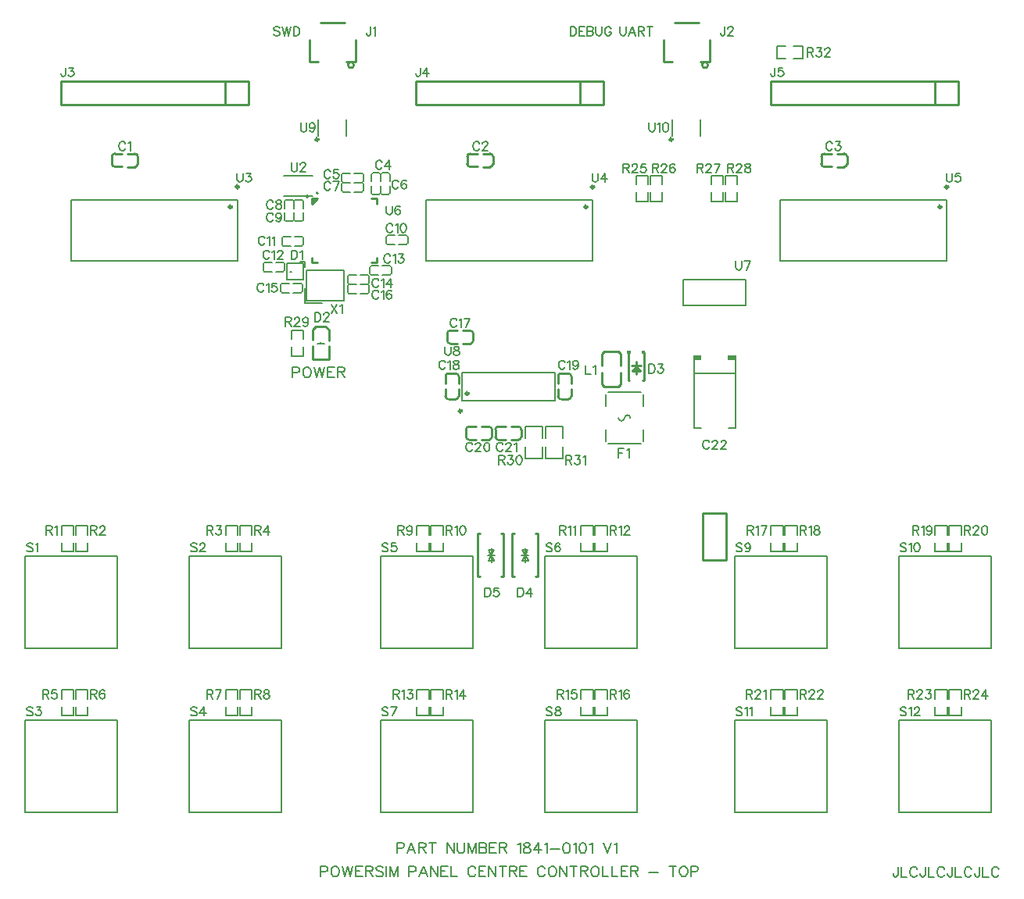
<source format=gto>
G04 Layer: TopSilkscreenLayer*
G04 EasyEDA v6.5.29, 2023-07-19 22:01:03*
G04 8eb2f2613b91424b8de75a29ec9d0e09,5a6b42c53f6a479593ecc07194224c93,10*
G04 Gerber Generator version 0.2*
G04 Scale: 100 percent, Rotated: No, Reflected: No *
G04 Dimensions in millimeters *
G04 leading zeros omitted , absolute positions ,4 integer and 5 decimal *
%FSLAX45Y45*%
%MOMM*%

%ADD10C,0.2032*%
%ADD11C,0.1520*%
%ADD12C,0.1524*%
%ADD13C,0.2540*%
%ADD14C,0.1270*%
%ADD15C,0.2030*%
%ADD16C,0.1999*%
%ADD17C,0.3000*%
%ADD18C,0.2000*%
%ADD19C,0.0187*%

%LPD*%
D10*
X10553700Y476757D02*
G01*
X10553700Y362204D01*
X10553700Y476757D02*
G01*
X10602722Y476757D01*
X10619231Y471170D01*
X10624565Y465836D01*
X10630154Y454913D01*
X10630154Y438404D01*
X10624565Y427481D01*
X10619231Y422147D01*
X10602722Y416813D01*
X10553700Y416813D01*
X10698734Y476757D02*
G01*
X10687811Y471170D01*
X10676890Y460247D01*
X10671556Y449326D01*
X10665968Y433070D01*
X10665968Y405892D01*
X10671556Y389381D01*
X10676890Y378460D01*
X10687811Y367537D01*
X10698734Y362204D01*
X10720577Y362204D01*
X10731500Y367537D01*
X10742422Y378460D01*
X10747756Y389381D01*
X10753343Y405892D01*
X10753343Y433070D01*
X10747756Y449326D01*
X10742422Y460247D01*
X10731500Y471170D01*
X10720577Y476757D01*
X10698734Y476757D01*
X10789411Y476757D02*
G01*
X10816590Y362204D01*
X10843768Y476757D02*
G01*
X10816590Y362204D01*
X10843768Y476757D02*
G01*
X10871200Y362204D01*
X10898377Y476757D02*
G01*
X10871200Y362204D01*
X10934445Y476757D02*
G01*
X10934445Y362204D01*
X10934445Y476757D02*
G01*
X11005311Y476757D01*
X10934445Y422147D02*
G01*
X10978134Y422147D01*
X10934445Y362204D02*
G01*
X11005311Y362204D01*
X11041379Y476757D02*
G01*
X11041379Y362204D01*
X11041379Y476757D02*
G01*
X11090402Y476757D01*
X11106911Y471170D01*
X11112245Y465836D01*
X11117579Y454913D01*
X11117579Y443992D01*
X11112245Y433070D01*
X11106911Y427481D01*
X11090402Y422147D01*
X11041379Y422147D01*
X11079479Y422147D02*
G01*
X11117579Y362204D01*
X11230102Y460247D02*
G01*
X11219179Y471170D01*
X11202670Y476757D01*
X11181079Y476757D01*
X11164570Y471170D01*
X11153647Y460247D01*
X11153647Y449326D01*
X11159236Y438404D01*
X11164570Y433070D01*
X11175491Y427481D01*
X11208258Y416813D01*
X11219179Y411226D01*
X11224513Y405892D01*
X11230102Y394970D01*
X11230102Y378460D01*
X11219179Y367537D01*
X11202670Y362204D01*
X11181079Y362204D01*
X11164570Y367537D01*
X11153647Y378460D01*
X11266170Y476757D02*
G01*
X11266170Y362204D01*
X11301984Y476757D02*
G01*
X11301984Y362204D01*
X11301984Y476757D02*
G01*
X11345672Y362204D01*
X11389359Y476757D02*
G01*
X11345672Y362204D01*
X11389359Y476757D02*
G01*
X11389359Y362204D01*
X11509247Y476757D02*
G01*
X11509247Y362204D01*
X11509247Y476757D02*
G01*
X11558524Y476757D01*
X11574779Y471170D01*
X11580368Y465836D01*
X11585702Y454913D01*
X11585702Y438404D01*
X11580368Y427481D01*
X11574779Y422147D01*
X11558524Y416813D01*
X11509247Y416813D01*
X11665458Y476757D02*
G01*
X11621770Y362204D01*
X11665458Y476757D02*
G01*
X11708891Y362204D01*
X11638025Y400304D02*
G01*
X11692636Y400304D01*
X11744959Y476757D02*
G01*
X11744959Y362204D01*
X11744959Y476757D02*
G01*
X11821413Y362204D01*
X11821413Y476757D02*
G01*
X11821413Y362204D01*
X11857227Y476757D02*
G01*
X11857227Y362204D01*
X11857227Y476757D02*
G01*
X11928347Y476757D01*
X11857227Y422147D02*
G01*
X11900915Y422147D01*
X11857227Y362204D02*
G01*
X11928347Y362204D01*
X11964161Y476757D02*
G01*
X11964161Y362204D01*
X11964161Y362204D02*
G01*
X12029693Y362204D01*
X12231624Y449326D02*
G01*
X12226036Y460247D01*
X12215113Y471170D01*
X12204191Y476757D01*
X12182347Y476757D01*
X12171425Y471170D01*
X12160504Y460247D01*
X12155170Y449326D01*
X12149581Y433070D01*
X12149581Y405892D01*
X12155170Y389381D01*
X12160504Y378460D01*
X12171425Y367537D01*
X12182347Y362204D01*
X12204191Y362204D01*
X12215113Y367537D01*
X12226036Y378460D01*
X12231624Y389381D01*
X12267438Y476757D02*
G01*
X12267438Y362204D01*
X12267438Y476757D02*
G01*
X12338304Y476757D01*
X12267438Y422147D02*
G01*
X12311125Y422147D01*
X12267438Y362204D02*
G01*
X12338304Y362204D01*
X12374372Y476757D02*
G01*
X12374372Y362204D01*
X12374372Y476757D02*
G01*
X12450825Y362204D01*
X12450825Y476757D02*
G01*
X12450825Y362204D01*
X12524993Y476757D02*
G01*
X12524993Y362204D01*
X12486893Y476757D02*
G01*
X12563093Y476757D01*
X12599161Y476757D02*
G01*
X12599161Y362204D01*
X12599161Y476757D02*
G01*
X12648184Y476757D01*
X12664693Y471170D01*
X12670027Y465836D01*
X12675615Y454913D01*
X12675615Y443992D01*
X12670027Y433070D01*
X12664693Y427481D01*
X12648184Y422147D01*
X12599161Y422147D01*
X12637261Y422147D02*
G01*
X12675615Y362204D01*
X12711429Y476757D02*
G01*
X12711429Y362204D01*
X12711429Y476757D02*
G01*
X12782295Y476757D01*
X12711429Y422147D02*
G01*
X12755118Y422147D01*
X12711429Y362204D02*
G01*
X12782295Y362204D01*
X12984225Y449326D02*
G01*
X12978891Y460247D01*
X12967970Y471170D01*
X12957047Y476757D01*
X12935204Y476757D01*
X12924281Y471170D01*
X12913359Y460247D01*
X12907772Y449326D01*
X12902438Y433070D01*
X12902438Y405892D01*
X12907772Y389381D01*
X12913359Y378460D01*
X12924281Y367537D01*
X12935204Y362204D01*
X12957047Y362204D01*
X12967970Y367537D01*
X12978891Y378460D01*
X12984225Y389381D01*
X13053059Y476757D02*
G01*
X13042138Y471170D01*
X13031215Y460247D01*
X13025627Y449326D01*
X13020293Y433070D01*
X13020293Y405892D01*
X13025627Y389381D01*
X13031215Y378460D01*
X13042138Y367537D01*
X13053059Y362204D01*
X13074904Y362204D01*
X13085572Y367537D01*
X13096493Y378460D01*
X13102081Y389381D01*
X13107416Y405892D01*
X13107416Y433070D01*
X13102081Y449326D01*
X13096493Y460247D01*
X13085572Y471170D01*
X13074904Y476757D01*
X13053059Y476757D01*
X13143484Y476757D02*
G01*
X13143484Y362204D01*
X13143484Y476757D02*
G01*
X13219938Y362204D01*
X13219938Y476757D02*
G01*
X13219938Y362204D01*
X13294106Y476757D02*
G01*
X13294106Y362204D01*
X13255752Y476757D02*
G01*
X13332206Y476757D01*
X13368274Y476757D02*
G01*
X13368274Y362204D01*
X13368274Y476757D02*
G01*
X13417295Y476757D01*
X13433806Y471170D01*
X13439140Y465836D01*
X13444727Y454913D01*
X13444727Y443992D01*
X13439140Y433070D01*
X13433806Y427481D01*
X13417295Y422147D01*
X13368274Y422147D01*
X13406374Y422147D02*
G01*
X13444727Y362204D01*
X13513308Y476757D02*
G01*
X13502386Y471170D01*
X13491463Y460247D01*
X13486129Y449326D01*
X13480541Y433070D01*
X13480541Y405892D01*
X13486129Y389381D01*
X13491463Y378460D01*
X13502386Y367537D01*
X13513308Y362204D01*
X13535152Y362204D01*
X13546074Y367537D01*
X13556995Y378460D01*
X13562329Y389381D01*
X13567918Y405892D01*
X13567918Y433070D01*
X13562329Y449326D01*
X13556995Y460247D01*
X13546074Y471170D01*
X13535152Y476757D01*
X13513308Y476757D01*
X13603986Y476757D02*
G01*
X13603986Y362204D01*
X13603986Y362204D02*
G01*
X13669263Y362204D01*
X13705331Y476757D02*
G01*
X13705331Y362204D01*
X13705331Y362204D02*
G01*
X13770863Y362204D01*
X13806677Y476757D02*
G01*
X13806677Y362204D01*
X13806677Y476757D02*
G01*
X13877797Y476757D01*
X13806677Y422147D02*
G01*
X13850366Y422147D01*
X13806677Y362204D02*
G01*
X13877797Y362204D01*
X13913611Y476757D02*
G01*
X13913611Y362204D01*
X13913611Y476757D02*
G01*
X13962888Y476757D01*
X13979143Y471170D01*
X13984477Y465836D01*
X13990066Y454913D01*
X13990066Y443992D01*
X13984477Y433070D01*
X13979143Y427481D01*
X13962888Y422147D01*
X13913611Y422147D01*
X13951966Y422147D02*
G01*
X13990066Y362204D01*
X14109954Y411226D02*
G01*
X14208252Y411226D01*
X14366493Y476757D02*
G01*
X14366493Y362204D01*
X14328140Y476757D02*
G01*
X14404593Y476757D01*
X14473427Y476757D02*
G01*
X14462506Y471170D01*
X14451584Y460247D01*
X14445995Y449326D01*
X14440661Y433070D01*
X14440661Y405892D01*
X14445995Y389381D01*
X14451584Y378460D01*
X14462506Y367537D01*
X14473427Y362204D01*
X14495272Y362204D01*
X14505940Y367537D01*
X14516861Y378460D01*
X14522450Y389381D01*
X14527784Y405892D01*
X14527784Y433070D01*
X14522450Y449326D01*
X14516861Y460247D01*
X14505940Y471170D01*
X14495272Y476757D01*
X14473427Y476757D01*
X14563852Y476757D02*
G01*
X14563852Y362204D01*
X14563852Y476757D02*
G01*
X14612874Y476757D01*
X14629384Y471170D01*
X14634718Y465836D01*
X14640306Y454913D01*
X14640306Y438404D01*
X14634718Y427481D01*
X14629384Y422147D01*
X14612874Y416813D01*
X14563852Y416813D01*
X11379200Y730757D02*
G01*
X11379200Y616204D01*
X11379200Y730757D02*
G01*
X11428222Y730757D01*
X11444731Y725170D01*
X11450065Y719836D01*
X11455654Y708913D01*
X11455654Y692404D01*
X11450065Y681481D01*
X11444731Y676147D01*
X11428222Y670813D01*
X11379200Y670813D01*
X11535156Y730757D02*
G01*
X11491468Y616204D01*
X11535156Y730757D02*
G01*
X11578843Y616204D01*
X11507977Y654304D02*
G01*
X11562588Y654304D01*
X11614911Y730757D02*
G01*
X11614911Y616204D01*
X11614911Y730757D02*
G01*
X11663934Y730757D01*
X11680190Y725170D01*
X11685777Y719836D01*
X11691111Y708913D01*
X11691111Y697992D01*
X11685777Y687070D01*
X11680190Y681481D01*
X11663934Y676147D01*
X11614911Y676147D01*
X11653011Y676147D02*
G01*
X11691111Y616204D01*
X11765279Y730757D02*
G01*
X11765279Y616204D01*
X11727179Y730757D02*
G01*
X11803634Y730757D01*
X11923522Y730757D02*
G01*
X11923522Y616204D01*
X11923522Y730757D02*
G01*
X11999975Y616204D01*
X11999975Y730757D02*
G01*
X11999975Y616204D01*
X12036043Y730757D02*
G01*
X12036043Y648970D01*
X12041377Y632460D01*
X12052300Y621537D01*
X12068556Y616204D01*
X12079477Y616204D01*
X12095988Y621537D01*
X12106909Y632460D01*
X12112243Y648970D01*
X12112243Y730757D01*
X12148311Y730757D02*
G01*
X12148311Y616204D01*
X12148311Y730757D02*
G01*
X12192000Y616204D01*
X12235688Y730757D02*
G01*
X12192000Y616204D01*
X12235688Y730757D02*
G01*
X12235688Y616204D01*
X12271502Y730757D02*
G01*
X12271502Y616204D01*
X12271502Y730757D02*
G01*
X12320777Y730757D01*
X12337034Y725170D01*
X12342368Y719836D01*
X12347956Y708913D01*
X12347956Y697992D01*
X12342368Y687070D01*
X12337034Y681481D01*
X12320777Y676147D01*
X12271502Y676147D02*
G01*
X12320777Y676147D01*
X12337034Y670813D01*
X12342368Y665226D01*
X12347956Y654304D01*
X12347956Y638047D01*
X12342368Y627126D01*
X12337034Y621537D01*
X12320777Y616204D01*
X12271502Y616204D01*
X12384024Y730757D02*
G01*
X12384024Y616204D01*
X12384024Y730757D02*
G01*
X12454890Y730757D01*
X12384024Y676147D02*
G01*
X12427458Y676147D01*
X12384024Y616204D02*
G01*
X12454890Y616204D01*
X12490958Y730757D02*
G01*
X12490958Y616204D01*
X12490958Y730757D02*
G01*
X12539979Y730757D01*
X12556236Y725170D01*
X12561824Y719836D01*
X12567158Y708913D01*
X12567158Y697992D01*
X12561824Y687070D01*
X12556236Y681481D01*
X12539979Y676147D01*
X12490958Y676147D01*
X12529058Y676147D02*
G01*
X12567158Y616204D01*
X12687300Y708913D02*
G01*
X12698222Y714247D01*
X12714477Y730757D01*
X12714477Y616204D01*
X12777724Y730757D02*
G01*
X12761468Y725170D01*
X12755879Y714247D01*
X12755879Y703326D01*
X12761468Y692404D01*
X12772390Y687070D01*
X12793979Y681481D01*
X12810490Y676147D01*
X12821411Y665226D01*
X12826745Y654304D01*
X12826745Y638047D01*
X12821411Y627126D01*
X12815824Y621537D01*
X12799568Y616204D01*
X12777724Y616204D01*
X12761468Y621537D01*
X12755879Y627126D01*
X12750545Y638047D01*
X12750545Y654304D01*
X12755879Y665226D01*
X12766802Y676147D01*
X12783311Y681481D01*
X12804902Y687070D01*
X12815824Y692404D01*
X12821411Y703326D01*
X12821411Y714247D01*
X12815824Y725170D01*
X12799568Y730757D01*
X12777724Y730757D01*
X12917424Y730757D02*
G01*
X12862813Y654304D01*
X12944602Y654304D01*
X12917424Y730757D02*
G01*
X12917424Y616204D01*
X12980670Y708913D02*
G01*
X12991591Y714247D01*
X13007847Y730757D01*
X13007847Y616204D01*
X13043915Y665226D02*
G01*
X13142213Y665226D01*
X13210793Y730757D02*
G01*
X13194538Y725170D01*
X13183616Y708913D01*
X13178027Y681481D01*
X13178027Y665226D01*
X13183616Y638047D01*
X13194538Y621537D01*
X13210793Y616204D01*
X13221716Y616204D01*
X13238225Y621537D01*
X13248893Y638047D01*
X13254481Y665226D01*
X13254481Y681481D01*
X13248893Y708913D01*
X13238225Y725170D01*
X13221716Y730757D01*
X13210793Y730757D01*
X13290550Y708913D02*
G01*
X13301472Y714247D01*
X13317727Y730757D01*
X13317727Y616204D01*
X13386561Y730757D02*
G01*
X13370052Y725170D01*
X13359129Y708913D01*
X13353795Y681481D01*
X13353795Y665226D01*
X13359129Y638047D01*
X13370052Y621537D01*
X13386561Y616204D01*
X13397484Y616204D01*
X13413740Y621537D01*
X13424661Y638047D01*
X13429995Y665226D01*
X13429995Y681481D01*
X13424661Y708913D01*
X13413740Y725170D01*
X13397484Y730757D01*
X13386561Y730757D01*
X13466063Y708913D02*
G01*
X13476986Y714247D01*
X13493495Y730757D01*
X13493495Y616204D01*
X13613384Y730757D02*
G01*
X13657072Y616204D01*
X13700759Y730757D02*
G01*
X13657072Y616204D01*
X13736574Y708913D02*
G01*
X13747495Y714247D01*
X13764006Y730757D01*
X13764006Y616204D01*
D11*
X16805539Y469376D02*
G01*
X16805539Y386250D01*
X16800342Y370662D01*
X16795148Y365467D01*
X16784756Y360273D01*
X16774365Y360273D01*
X16763974Y365467D01*
X16758777Y370662D01*
X16753583Y386250D01*
X16753583Y396641D01*
X16839829Y469376D02*
G01*
X16839829Y360273D01*
X16839829Y360273D02*
G01*
X16902173Y360273D01*
X17014395Y443400D02*
G01*
X17009198Y453791D01*
X16998807Y464182D01*
X16988419Y469376D01*
X16967636Y469376D01*
X16957245Y464182D01*
X16946854Y453791D01*
X16941657Y443400D01*
X16936463Y427812D01*
X16936463Y401835D01*
X16941657Y386250D01*
X16946854Y375859D01*
X16957245Y365467D01*
X16967636Y360273D01*
X16988419Y360273D01*
X16998807Y365467D01*
X17009198Y375859D01*
X17014395Y386250D01*
X17100638Y469376D02*
G01*
X17100638Y386250D01*
X17095444Y370662D01*
X17090247Y365467D01*
X17079859Y360273D01*
X17069468Y360273D01*
X17059076Y365467D01*
X17053880Y370662D01*
X17048685Y386250D01*
X17048685Y396641D01*
X17134928Y469376D02*
G01*
X17134928Y360273D01*
X17134928Y360273D02*
G01*
X17197275Y360273D01*
X17309498Y443400D02*
G01*
X17304301Y453791D01*
X17293910Y464182D01*
X17283518Y469376D01*
X17262739Y469376D01*
X17252348Y464182D01*
X17241956Y453791D01*
X17236760Y443400D01*
X17231565Y427812D01*
X17231565Y401835D01*
X17236760Y386250D01*
X17241956Y375859D01*
X17252348Y365467D01*
X17262739Y360273D01*
X17283518Y360273D01*
X17293910Y365467D01*
X17304301Y375859D01*
X17309498Y386250D01*
X17395741Y469376D02*
G01*
X17395741Y386250D01*
X17390546Y370662D01*
X17385350Y365467D01*
X17374958Y360273D01*
X17364567Y360273D01*
X17354179Y365467D01*
X17348982Y370662D01*
X17343788Y386250D01*
X17343788Y396641D01*
X17430031Y469376D02*
G01*
X17430031Y360273D01*
X17430031Y360273D02*
G01*
X17492378Y360273D01*
X17604597Y443400D02*
G01*
X17599403Y453791D01*
X17589012Y464182D01*
X17578621Y469376D01*
X17557838Y469376D01*
X17547447Y464182D01*
X17537059Y453791D01*
X17531862Y443400D01*
X17526668Y427812D01*
X17526668Y401835D01*
X17531862Y386250D01*
X17537059Y375859D01*
X17547447Y365467D01*
X17557838Y360273D01*
X17578621Y360273D01*
X17589012Y365467D01*
X17599403Y375859D01*
X17604597Y386250D01*
X17690843Y469376D02*
G01*
X17690843Y386250D01*
X17685649Y370662D01*
X17680452Y365467D01*
X17670061Y360273D01*
X17659670Y360273D01*
X17649278Y365467D01*
X17644084Y370662D01*
X17638887Y386250D01*
X17638887Y396641D01*
X17725133Y469376D02*
G01*
X17725133Y360273D01*
X17725133Y360273D02*
G01*
X17787477Y360273D01*
X17899700Y443400D02*
G01*
X17894505Y453791D01*
X17884114Y464182D01*
X17873723Y469376D01*
X17852941Y469376D01*
X17842550Y464182D01*
X17832158Y453791D01*
X17826964Y443400D01*
X17821767Y427812D01*
X17821767Y401835D01*
X17826964Y386250D01*
X17832158Y375859D01*
X17842550Y365467D01*
X17852941Y360273D01*
X17873723Y360273D01*
X17884114Y365467D01*
X17894505Y375859D01*
X17899700Y386250D01*
D12*
X10109456Y9561367D02*
G01*
X10100312Y9570511D01*
X10086596Y9575083D01*
X10068308Y9575083D01*
X10054846Y9570511D01*
X10045702Y9561367D01*
X10045702Y9552477D01*
X10050274Y9543333D01*
X10054846Y9538761D01*
X10063990Y9534189D01*
X10091168Y9525045D01*
X10100312Y9520473D01*
X10104884Y9515901D01*
X10109456Y9507011D01*
X10109456Y9493295D01*
X10100312Y9484151D01*
X10086596Y9479579D01*
X10068308Y9479579D01*
X10054846Y9484151D01*
X10045702Y9493295D01*
X10139428Y9575083D02*
G01*
X10162034Y9479579D01*
X10184894Y9575083D02*
G01*
X10162034Y9479579D01*
X10184894Y9575083D02*
G01*
X10207500Y9479579D01*
X10230360Y9575083D02*
G01*
X10207500Y9479579D01*
X10260332Y9575083D02*
G01*
X10260332Y9479579D01*
X10260332Y9575083D02*
G01*
X10292082Y9575083D01*
X10305798Y9570511D01*
X10314688Y9561367D01*
X10319260Y9552477D01*
X10323832Y9538761D01*
X10323832Y9515901D01*
X10319260Y9502439D01*
X10314688Y9493295D01*
X10305798Y9484151D01*
X10292082Y9479579D01*
X10260332Y9479579D01*
X13258800Y9575037D02*
G01*
X13258800Y9479534D01*
X13258800Y9575037D02*
G01*
X13290550Y9575037D01*
X13304266Y9570465D01*
X13313409Y9561576D01*
X13317981Y9552431D01*
X13322554Y9538715D01*
X13322554Y9516110D01*
X13317981Y9502394D01*
X13313409Y9493250D01*
X13304266Y9484105D01*
X13290550Y9479534D01*
X13258800Y9479534D01*
X13352525Y9575037D02*
G01*
X13352525Y9479534D01*
X13352525Y9575037D02*
G01*
X13411454Y9575037D01*
X13352525Y9529571D02*
G01*
X13388847Y9529571D01*
X13352525Y9479534D02*
G01*
X13411454Y9479534D01*
X13441425Y9575037D02*
G01*
X13441425Y9479534D01*
X13441425Y9575037D02*
G01*
X13482320Y9575037D01*
X13496036Y9570465D01*
X13500608Y9565894D01*
X13505179Y9557004D01*
X13505179Y9547860D01*
X13500608Y9538715D01*
X13496036Y9534144D01*
X13482320Y9529571D01*
X13441425Y9529571D02*
G01*
X13482320Y9529571D01*
X13496036Y9525000D01*
X13500608Y9520681D01*
X13505179Y9511537D01*
X13505179Y9497821D01*
X13500608Y9488678D01*
X13496036Y9484105D01*
X13482320Y9479534D01*
X13441425Y9479534D01*
X13535152Y9575037D02*
G01*
X13535152Y9506965D01*
X13539724Y9493250D01*
X13548868Y9484105D01*
X13562329Y9479534D01*
X13571474Y9479534D01*
X13585190Y9484105D01*
X13594334Y9493250D01*
X13598906Y9506965D01*
X13598906Y9575037D01*
X13696950Y9552431D02*
G01*
X13692377Y9561576D01*
X13683234Y9570465D01*
X13674343Y9575037D01*
X13656056Y9575037D01*
X13646911Y9570465D01*
X13637768Y9561576D01*
X13633450Y9552431D01*
X13628877Y9538715D01*
X13628877Y9516110D01*
X13633450Y9502394D01*
X13637768Y9493250D01*
X13646911Y9484105D01*
X13656056Y9479534D01*
X13674343Y9479534D01*
X13683234Y9484105D01*
X13692377Y9493250D01*
X13696950Y9502394D01*
X13696950Y9516110D01*
X13674343Y9516110D02*
G01*
X13696950Y9516110D01*
X13797025Y9575037D02*
G01*
X13797025Y9506965D01*
X13801597Y9493250D01*
X13810741Y9484105D01*
X13824204Y9479534D01*
X13833347Y9479534D01*
X13847063Y9484105D01*
X13855954Y9493250D01*
X13860525Y9506965D01*
X13860525Y9575037D01*
X13927074Y9575037D02*
G01*
X13890497Y9479534D01*
X13927074Y9575037D02*
G01*
X13963395Y9479534D01*
X13904213Y9511537D02*
G01*
X13949679Y9511537D01*
X13993368Y9575037D02*
G01*
X13993368Y9479534D01*
X13993368Y9575037D02*
G01*
X14034261Y9575037D01*
X14047977Y9570465D01*
X14052550Y9565894D01*
X14056868Y9557004D01*
X14056868Y9547860D01*
X14052550Y9538715D01*
X14047977Y9534144D01*
X14034261Y9529571D01*
X13993368Y9529571D01*
X14025118Y9529571D02*
G01*
X14056868Y9479534D01*
X14118843Y9575037D02*
G01*
X14118843Y9479534D01*
X14087093Y9575037D02*
G01*
X14150593Y9575037D01*
D10*
X10248900Y5886957D02*
G01*
X10248900Y5772404D01*
X10248900Y5886957D02*
G01*
X10297922Y5886957D01*
X10314431Y5881370D01*
X10319765Y5876036D01*
X10325354Y5865113D01*
X10325354Y5848604D01*
X10319765Y5837681D01*
X10314431Y5832347D01*
X10297922Y5827013D01*
X10248900Y5827013D01*
X10393934Y5886957D02*
G01*
X10383011Y5881370D01*
X10372090Y5870447D01*
X10366756Y5859526D01*
X10361168Y5843270D01*
X10361168Y5816092D01*
X10366756Y5799581D01*
X10372090Y5788660D01*
X10383011Y5777737D01*
X10393934Y5772404D01*
X10415777Y5772404D01*
X10426700Y5777737D01*
X10437622Y5788660D01*
X10442956Y5799581D01*
X10448543Y5816092D01*
X10448543Y5843270D01*
X10442956Y5859526D01*
X10437622Y5870447D01*
X10426700Y5881370D01*
X10415777Y5886957D01*
X10393934Y5886957D01*
X10484611Y5886957D02*
G01*
X10511790Y5772404D01*
X10538968Y5886957D02*
G01*
X10511790Y5772404D01*
X10538968Y5886957D02*
G01*
X10566400Y5772404D01*
X10593577Y5886957D02*
G01*
X10566400Y5772404D01*
X10629645Y5886957D02*
G01*
X10629645Y5772404D01*
X10629645Y5886957D02*
G01*
X10700511Y5886957D01*
X10629645Y5832347D02*
G01*
X10673334Y5832347D01*
X10629645Y5772404D02*
G01*
X10700511Y5772404D01*
X10736579Y5886957D02*
G01*
X10736579Y5772404D01*
X10736579Y5886957D02*
G01*
X10785602Y5886957D01*
X10802111Y5881370D01*
X10807445Y5876036D01*
X10812779Y5865113D01*
X10812779Y5854192D01*
X10807445Y5843270D01*
X10802111Y5837681D01*
X10785602Y5832347D01*
X10736579Y5832347D01*
X10774679Y5832347D02*
G01*
X10812779Y5772404D01*
D12*
X14109700Y8533688D02*
G01*
X14109700Y8465616D01*
X14114272Y8451900D01*
X14123416Y8442756D01*
X14136877Y8438184D01*
X14146022Y8438184D01*
X14159738Y8442756D01*
X14168881Y8451900D01*
X14173454Y8465616D01*
X14173454Y8533688D01*
X14203425Y8515400D02*
G01*
X14212316Y8519972D01*
X14226031Y8533688D01*
X14226031Y8438184D01*
X14283436Y8533688D02*
G01*
X14269720Y8529116D01*
X14260575Y8515400D01*
X14256004Y8492794D01*
X14256004Y8479078D01*
X14260575Y8456472D01*
X14269720Y8442756D01*
X14283436Y8438184D01*
X14292325Y8438184D01*
X14306041Y8442756D01*
X14315186Y8456472D01*
X14319758Y8479078D01*
X14319758Y8492794D01*
X14315186Y8515400D01*
X14306041Y8529116D01*
X14292325Y8533688D01*
X14283436Y8533688D01*
X8437372Y8307831D02*
G01*
X8433054Y8316976D01*
X8423909Y8325865D01*
X8414765Y8330437D01*
X8396477Y8330437D01*
X8387588Y8325865D01*
X8378443Y8316976D01*
X8373872Y8307831D01*
X8369300Y8294115D01*
X8369300Y8271510D01*
X8373872Y8257794D01*
X8378443Y8248650D01*
X8387588Y8239505D01*
X8396477Y8234934D01*
X8414765Y8234934D01*
X8423909Y8239505D01*
X8433054Y8248650D01*
X8437372Y8257794D01*
X8467597Y8312404D02*
G01*
X8476488Y8316976D01*
X8490204Y8330437D01*
X8490204Y8234934D01*
X12272772Y8307831D02*
G01*
X12268454Y8316976D01*
X12259309Y8325865D01*
X12250165Y8330437D01*
X12231877Y8330437D01*
X12222988Y8325865D01*
X12213843Y8316976D01*
X12209272Y8307831D01*
X12204700Y8294115D01*
X12204700Y8271510D01*
X12209272Y8257794D01*
X12213843Y8248650D01*
X12222988Y8239505D01*
X12231877Y8234934D01*
X12250165Y8234934D01*
X12259309Y8239505D01*
X12268454Y8248650D01*
X12272772Y8257794D01*
X12307315Y8307831D02*
G01*
X12307315Y8312404D01*
X12311888Y8321294D01*
X12316459Y8325865D01*
X12325604Y8330437D01*
X12343891Y8330437D01*
X12352781Y8325865D01*
X12357354Y8321294D01*
X12361925Y8312404D01*
X12361925Y8303260D01*
X12357354Y8294115D01*
X12348209Y8280400D01*
X12302997Y8234934D01*
X12366497Y8234934D01*
X16095472Y8307831D02*
G01*
X16091154Y8316976D01*
X16082009Y8325865D01*
X16072866Y8330437D01*
X16054577Y8330437D01*
X16045688Y8325865D01*
X16036543Y8316976D01*
X16031972Y8307831D01*
X16027400Y8294115D01*
X16027400Y8271510D01*
X16031972Y8257794D01*
X16036543Y8248650D01*
X16045688Y8239505D01*
X16054577Y8234934D01*
X16072866Y8234934D01*
X16082009Y8239505D01*
X16091154Y8248650D01*
X16095472Y8257794D01*
X16134588Y8330437D02*
G01*
X16184625Y8330437D01*
X16157447Y8294115D01*
X16170909Y8294115D01*
X16180054Y8289544D01*
X16184625Y8284971D01*
X16189197Y8271510D01*
X16189197Y8262365D01*
X16184625Y8248650D01*
X16175481Y8239505D01*
X16162020Y8234934D01*
X16148304Y8234934D01*
X16134588Y8239505D01*
X16130016Y8244078D01*
X16125697Y8253221D01*
X12025426Y6390131D02*
G01*
X12020854Y6399276D01*
X12011710Y6408165D01*
X12002566Y6412737D01*
X11984532Y6412737D01*
X11975388Y6408165D01*
X11966244Y6399276D01*
X11961672Y6390131D01*
X11957100Y6376415D01*
X11957100Y6353810D01*
X11961672Y6340094D01*
X11966244Y6330950D01*
X11975388Y6321805D01*
X11984532Y6317234D01*
X12002566Y6317234D01*
X12011710Y6321805D01*
X12020854Y6330950D01*
X12025426Y6340094D01*
X12055398Y6394704D02*
G01*
X12064542Y6399276D01*
X12078004Y6412737D01*
X12078004Y6317234D01*
X12171730Y6412737D02*
G01*
X12126264Y6317234D01*
X12108230Y6412737D02*
G01*
X12171730Y6412737D01*
X11904573Y5932931D02*
G01*
X11900001Y5942076D01*
X11890857Y5950965D01*
X11881967Y5955537D01*
X11863679Y5955537D01*
X11854535Y5950965D01*
X11845391Y5942076D01*
X11840819Y5932931D01*
X11836501Y5919215D01*
X11836501Y5896610D01*
X11840819Y5882894D01*
X11845391Y5873750D01*
X11854535Y5864605D01*
X11863679Y5860034D01*
X11881967Y5860034D01*
X11890857Y5864605D01*
X11900001Y5873750D01*
X11904573Y5882894D01*
X11934545Y5937504D02*
G01*
X11943689Y5942076D01*
X11957405Y5955537D01*
X11957405Y5860034D01*
X12009983Y5955537D02*
G01*
X11996521Y5950965D01*
X11991949Y5942076D01*
X11991949Y5932931D01*
X11996521Y5923787D01*
X12005411Y5919215D01*
X12023699Y5914644D01*
X12037415Y5910071D01*
X12046305Y5901181D01*
X12050877Y5892037D01*
X12050877Y5878321D01*
X12046305Y5869178D01*
X12041733Y5864605D01*
X12028271Y5860034D01*
X12009983Y5860034D01*
X11996521Y5864605D01*
X11991949Y5869178D01*
X11987377Y5878321D01*
X11987377Y5892037D01*
X11991949Y5901181D01*
X12000839Y5910071D01*
X12014555Y5914644D01*
X12032843Y5919215D01*
X12041733Y5923787D01*
X12046305Y5932931D01*
X12046305Y5942076D01*
X12041733Y5950965D01*
X12028271Y5955537D01*
X12009983Y5955537D01*
X13199872Y5932931D02*
G01*
X13195554Y5942076D01*
X13186409Y5950965D01*
X13177266Y5955537D01*
X13158977Y5955537D01*
X13150088Y5950965D01*
X13140943Y5942076D01*
X13136372Y5932931D01*
X13131800Y5919215D01*
X13131800Y5896610D01*
X13136372Y5882894D01*
X13140943Y5873750D01*
X13150088Y5864605D01*
X13158977Y5860034D01*
X13177266Y5860034D01*
X13186409Y5864605D01*
X13195554Y5873750D01*
X13199872Y5882894D01*
X13230097Y5937504D02*
G01*
X13238988Y5942076D01*
X13252704Y5955537D01*
X13252704Y5860034D01*
X13341858Y5923787D02*
G01*
X13337286Y5910071D01*
X13328141Y5901181D01*
X13314425Y5896610D01*
X13310108Y5896610D01*
X13296391Y5901181D01*
X13287247Y5910071D01*
X13282675Y5923787D01*
X13282675Y5928360D01*
X13287247Y5942076D01*
X13296391Y5950965D01*
X13310108Y5955537D01*
X13314425Y5955537D01*
X13328141Y5950965D01*
X13337286Y5942076D01*
X13341858Y5923787D01*
X13341858Y5901181D01*
X13337286Y5878321D01*
X13328141Y5864605D01*
X13314425Y5860034D01*
X13305536Y5860034D01*
X13291820Y5864605D01*
X13287247Y5873750D01*
X12196572Y5043931D02*
G01*
X12192254Y5053076D01*
X12183109Y5061965D01*
X12173965Y5066537D01*
X12155677Y5066537D01*
X12146788Y5061965D01*
X12137643Y5053076D01*
X12133072Y5043931D01*
X12128500Y5030215D01*
X12128500Y5007610D01*
X12133072Y4993894D01*
X12137643Y4984750D01*
X12146788Y4975605D01*
X12155677Y4971034D01*
X12173965Y4971034D01*
X12183109Y4975605D01*
X12192254Y4984750D01*
X12196572Y4993894D01*
X12231115Y5043931D02*
G01*
X12231115Y5048504D01*
X12235688Y5057394D01*
X12240259Y5061965D01*
X12249404Y5066537D01*
X12267691Y5066537D01*
X12276581Y5061965D01*
X12281154Y5057394D01*
X12285725Y5048504D01*
X12285725Y5039360D01*
X12281154Y5030215D01*
X12272009Y5016500D01*
X12226797Y4971034D01*
X12290297Y4971034D01*
X12347702Y5066537D02*
G01*
X12333986Y5061965D01*
X12324841Y5048504D01*
X12320270Y5025644D01*
X12320270Y5012181D01*
X12324841Y4989321D01*
X12333986Y4975605D01*
X12347702Y4971034D01*
X12356591Y4971034D01*
X12370308Y4975605D01*
X12379452Y4989321D01*
X12384024Y5012181D01*
X12384024Y5025644D01*
X12379452Y5048504D01*
X12370308Y5061965D01*
X12356591Y5066537D01*
X12347702Y5066537D01*
X12526772Y5043931D02*
G01*
X12522454Y5053076D01*
X12513309Y5061965D01*
X12504165Y5066537D01*
X12485877Y5066537D01*
X12476988Y5061965D01*
X12467843Y5053076D01*
X12463272Y5043931D01*
X12458700Y5030215D01*
X12458700Y5007610D01*
X12463272Y4993894D01*
X12467843Y4984750D01*
X12476988Y4975605D01*
X12485877Y4971034D01*
X12504165Y4971034D01*
X12513309Y4975605D01*
X12522454Y4984750D01*
X12526772Y4993894D01*
X12561315Y5043931D02*
G01*
X12561315Y5048504D01*
X12565888Y5057394D01*
X12570459Y5061965D01*
X12579604Y5066537D01*
X12597891Y5066537D01*
X12606781Y5061965D01*
X12611354Y5057394D01*
X12615925Y5048504D01*
X12615925Y5039360D01*
X12611354Y5030215D01*
X12602209Y5016500D01*
X12556997Y4971034D01*
X12620497Y4971034D01*
X12650470Y5048504D02*
G01*
X12659613Y5053076D01*
X12673329Y5066537D01*
X12673329Y4971034D01*
X10172598Y6425437D02*
G01*
X10172598Y6329934D01*
X10172598Y6425437D02*
G01*
X10213492Y6425437D01*
X10227208Y6420865D01*
X10231780Y6416294D01*
X10236352Y6407404D01*
X10236352Y6398260D01*
X10231780Y6389115D01*
X10227208Y6384544D01*
X10213492Y6379971D01*
X10172598Y6379971D01*
X10204602Y6379971D02*
G01*
X10236352Y6329934D01*
X10270896Y6402831D02*
G01*
X10270896Y6407404D01*
X10275468Y6416294D01*
X10280040Y6420865D01*
X10289184Y6425437D01*
X10307218Y6425437D01*
X10316362Y6420865D01*
X10320934Y6416294D01*
X10325506Y6407404D01*
X10325506Y6398260D01*
X10320934Y6389115D01*
X10311790Y6375400D01*
X10266324Y6329934D01*
X10330078Y6329934D01*
X10418978Y6393687D02*
G01*
X10414406Y6379971D01*
X10405516Y6371081D01*
X10391800Y6366510D01*
X10387228Y6366510D01*
X10373512Y6371081D01*
X10364622Y6379971D01*
X10360050Y6393687D01*
X10360050Y6398260D01*
X10364622Y6411976D01*
X10373512Y6420865D01*
X10387228Y6425437D01*
X10391800Y6425437D01*
X10405516Y6420865D01*
X10414406Y6411976D01*
X10418978Y6393687D01*
X10418978Y6371081D01*
X10414406Y6348221D01*
X10405516Y6334505D01*
X10391800Y6329934D01*
X10382656Y6329934D01*
X10368940Y6334505D01*
X10364622Y6343650D01*
X15824200Y9346437D02*
G01*
X15824200Y9250934D01*
X15824200Y9346437D02*
G01*
X15865093Y9346437D01*
X15878809Y9341865D01*
X15883381Y9337294D01*
X15887954Y9328404D01*
X15887954Y9319260D01*
X15883381Y9310115D01*
X15878809Y9305544D01*
X15865093Y9300971D01*
X15824200Y9300971D01*
X15855950Y9300971D02*
G01*
X15887954Y9250934D01*
X15926816Y9346437D02*
G01*
X15976854Y9346437D01*
X15949675Y9310115D01*
X15963391Y9310115D01*
X15972281Y9305544D01*
X15976854Y9300971D01*
X15981425Y9287510D01*
X15981425Y9278365D01*
X15976854Y9264650D01*
X15967709Y9255505D01*
X15954247Y9250934D01*
X15940531Y9250934D01*
X15926816Y9255505D01*
X15922497Y9260078D01*
X15917925Y9269221D01*
X16015970Y9323831D02*
G01*
X16015970Y9328404D01*
X16020541Y9337294D01*
X16025113Y9341865D01*
X16034258Y9346437D01*
X16052291Y9346437D01*
X16061436Y9341865D01*
X16066008Y9337294D01*
X16070579Y9328404D01*
X16070579Y9319260D01*
X16066008Y9310115D01*
X16056863Y9296400D01*
X16011397Y9250934D01*
X16075152Y9250934D01*
X10337800Y8533637D02*
G01*
X10337800Y8465565D01*
X10342372Y8451850D01*
X10351515Y8442705D01*
X10364977Y8438134D01*
X10374122Y8438134D01*
X10387838Y8442705D01*
X10396981Y8451850D01*
X10401554Y8465565D01*
X10401554Y8533637D01*
X10490454Y8501887D02*
G01*
X10485881Y8488171D01*
X10476991Y8479281D01*
X10463275Y8474710D01*
X10458704Y8474710D01*
X10444988Y8479281D01*
X10436097Y8488171D01*
X10431525Y8501887D01*
X10431525Y8506460D01*
X10436097Y8520176D01*
X10444988Y8529065D01*
X10458704Y8533637D01*
X10463275Y8533637D01*
X10476991Y8529065D01*
X10485881Y8520176D01*
X10490454Y8501887D01*
X10490454Y8479281D01*
X10485881Y8456421D01*
X10476991Y8442705D01*
X10463275Y8438134D01*
X10454131Y8438134D01*
X10440415Y8442705D01*
X10436097Y8451850D01*
X13423900Y5904737D02*
G01*
X13423900Y5809234D01*
X13423900Y5809234D02*
G01*
X13478509Y5809234D01*
X13508481Y5886704D02*
G01*
X13517625Y5891276D01*
X13531088Y5904737D01*
X13531088Y5809234D01*
X14109700Y5917437D02*
G01*
X14109700Y5821934D01*
X14109700Y5917437D02*
G01*
X14141450Y5917437D01*
X14155166Y5912865D01*
X14164309Y5903976D01*
X14168881Y5894831D01*
X14173454Y5881115D01*
X14173454Y5858510D01*
X14168881Y5844794D01*
X14164309Y5835650D01*
X14155166Y5826505D01*
X14141450Y5821934D01*
X14109700Y5821934D01*
X14212316Y5917437D02*
G01*
X14262354Y5917437D01*
X14235175Y5881115D01*
X14248891Y5881115D01*
X14257781Y5876544D01*
X14262354Y5871971D01*
X14266925Y5858510D01*
X14266925Y5849365D01*
X14262354Y5835650D01*
X14253209Y5826505D01*
X14239747Y5821934D01*
X14226031Y5821934D01*
X14212316Y5826505D01*
X14207997Y5831078D01*
X14203425Y5840221D01*
X15049500Y7035037D02*
G01*
X15049500Y6966965D01*
X15054072Y6953250D01*
X15063216Y6944105D01*
X15076677Y6939534D01*
X15085822Y6939534D01*
X15099538Y6944105D01*
X15108681Y6953250D01*
X15113254Y6966965D01*
X15113254Y7035037D01*
X15206725Y7035037D02*
G01*
X15161259Y6939534D01*
X15143225Y7035037D02*
G01*
X15206725Y7035037D01*
X14761972Y5069331D02*
G01*
X14757654Y5078476D01*
X14748509Y5087365D01*
X14739366Y5091937D01*
X14721077Y5091937D01*
X14712188Y5087365D01*
X14703043Y5078476D01*
X14698472Y5069331D01*
X14693900Y5055615D01*
X14693900Y5033010D01*
X14698472Y5019294D01*
X14703043Y5010150D01*
X14712188Y5001005D01*
X14721077Y4996434D01*
X14739366Y4996434D01*
X14748509Y5001005D01*
X14757654Y5010150D01*
X14761972Y5019294D01*
X14796516Y5069331D02*
G01*
X14796516Y5073904D01*
X14801088Y5082794D01*
X14805659Y5087365D01*
X14814804Y5091937D01*
X14833091Y5091937D01*
X14841981Y5087365D01*
X14846554Y5082794D01*
X14851125Y5073904D01*
X14851125Y5064760D01*
X14846554Y5055615D01*
X14837409Y5041900D01*
X14792197Y4996434D01*
X14855697Y4996434D01*
X14890241Y5069331D02*
G01*
X14890241Y5073904D01*
X14894813Y5082794D01*
X14899386Y5087365D01*
X14908529Y5091937D01*
X14926563Y5091937D01*
X14935708Y5087365D01*
X14940279Y5082794D01*
X14944852Y5073904D01*
X14944852Y5064760D01*
X14940279Y5055615D01*
X14931136Y5041900D01*
X14885670Y4996434D01*
X14949424Y4996434D01*
X11218672Y8104631D02*
G01*
X11214354Y8113776D01*
X11205209Y8122665D01*
X11196065Y8127237D01*
X11177777Y8127237D01*
X11168888Y8122665D01*
X11159743Y8113776D01*
X11155172Y8104631D01*
X11150600Y8090915D01*
X11150600Y8068310D01*
X11155172Y8054594D01*
X11159743Y8045450D01*
X11168888Y8036305D01*
X11177777Y8031734D01*
X11196065Y8031734D01*
X11205209Y8036305D01*
X11214354Y8045450D01*
X11218672Y8054594D01*
X11294109Y8127237D02*
G01*
X11248897Y8063737D01*
X11316970Y8063737D01*
X11294109Y8127237D02*
G01*
X11294109Y8031734D01*
X10659872Y7876031D02*
G01*
X10655554Y7885176D01*
X10646409Y7894065D01*
X10637265Y7898637D01*
X10618977Y7898637D01*
X10610088Y7894065D01*
X10600943Y7885176D01*
X10596372Y7876031D01*
X10591800Y7862315D01*
X10591800Y7839710D01*
X10596372Y7825994D01*
X10600943Y7816850D01*
X10610088Y7807705D01*
X10618977Y7803134D01*
X10637265Y7803134D01*
X10646409Y7807705D01*
X10655554Y7816850D01*
X10659872Y7825994D01*
X10753597Y7898637D02*
G01*
X10708131Y7803134D01*
X10690097Y7898637D02*
G01*
X10753597Y7898637D01*
X11396472Y7888731D02*
G01*
X11392154Y7897876D01*
X11383009Y7906765D01*
X11373865Y7911337D01*
X11355577Y7911337D01*
X11346688Y7906765D01*
X11337543Y7897876D01*
X11332972Y7888731D01*
X11328400Y7875015D01*
X11328400Y7852410D01*
X11332972Y7838694D01*
X11337543Y7829550D01*
X11346688Y7820405D01*
X11355577Y7815834D01*
X11373865Y7815834D01*
X11383009Y7820405D01*
X11392154Y7829550D01*
X11396472Y7838694D01*
X11481054Y7897876D02*
G01*
X11476481Y7906765D01*
X11463020Y7911337D01*
X11453875Y7911337D01*
X11440159Y7906765D01*
X11431015Y7893304D01*
X11426697Y7870444D01*
X11426697Y7847837D01*
X11431015Y7829550D01*
X11440159Y7820405D01*
X11453875Y7815834D01*
X11458447Y7815834D01*
X11471909Y7820405D01*
X11481054Y7829550D01*
X11485625Y7843265D01*
X11485625Y7847837D01*
X11481054Y7861300D01*
X11471909Y7870444D01*
X11458447Y7875015D01*
X11453875Y7875015D01*
X11440159Y7870444D01*
X11431015Y7861300D01*
X11426697Y7847837D01*
X10667974Y6565214D02*
G01*
X10731728Y6469710D01*
X10731728Y6565214D02*
G01*
X10667974Y6469710D01*
X10761700Y6546926D02*
G01*
X10770844Y6551498D01*
X10784306Y6565214D01*
X10784306Y6469710D01*
X9935972Y6771131D02*
G01*
X9931654Y6780276D01*
X9922509Y6789165D01*
X9913365Y6793737D01*
X9895077Y6793737D01*
X9886188Y6789165D01*
X9877043Y6780276D01*
X9872472Y6771131D01*
X9867900Y6757415D01*
X9867900Y6734810D01*
X9872472Y6721094D01*
X9877043Y6711950D01*
X9886188Y6702805D01*
X9895077Y6698234D01*
X9913365Y6698234D01*
X9922509Y6702805D01*
X9931654Y6711950D01*
X9935972Y6721094D01*
X9966197Y6775704D02*
G01*
X9975088Y6780276D01*
X9988804Y6793737D01*
X9988804Y6698234D01*
X10073386Y6793737D02*
G01*
X10027920Y6793737D01*
X10023347Y6752844D01*
X10027920Y6757415D01*
X10041636Y6761987D01*
X10055097Y6761987D01*
X10068813Y6757415D01*
X10077958Y6748271D01*
X10082529Y6734810D01*
X10082529Y6725665D01*
X10077958Y6711950D01*
X10068813Y6702805D01*
X10055097Y6698234D01*
X10041636Y6698234D01*
X10027920Y6702805D01*
X10023347Y6707378D01*
X10018775Y6716521D01*
X11180572Y6694931D02*
G01*
X11176254Y6704076D01*
X11167109Y6712965D01*
X11157965Y6717537D01*
X11139677Y6717537D01*
X11130788Y6712965D01*
X11121643Y6704076D01*
X11117072Y6694931D01*
X11112500Y6681215D01*
X11112500Y6658610D01*
X11117072Y6644894D01*
X11121643Y6635750D01*
X11130788Y6626605D01*
X11139677Y6622034D01*
X11157965Y6622034D01*
X11167109Y6626605D01*
X11176254Y6635750D01*
X11180572Y6644894D01*
X11210797Y6699504D02*
G01*
X11219688Y6704076D01*
X11233404Y6717537D01*
X11233404Y6622034D01*
X11317986Y6704076D02*
G01*
X11313413Y6712965D01*
X11299697Y6717537D01*
X11290808Y6717537D01*
X11277091Y6712965D01*
X11267947Y6699504D01*
X11263375Y6676644D01*
X11263375Y6654037D01*
X11267947Y6635750D01*
X11277091Y6626605D01*
X11290808Y6622034D01*
X11295125Y6622034D01*
X11308841Y6626605D01*
X11317986Y6635750D01*
X11322558Y6649465D01*
X11322558Y6654037D01*
X11317986Y6667500D01*
X11308841Y6676644D01*
X11295125Y6681215D01*
X11290808Y6681215D01*
X11277091Y6676644D01*
X11267947Y6667500D01*
X11263375Y6654037D01*
X11180572Y6821931D02*
G01*
X11176254Y6831076D01*
X11167109Y6839965D01*
X11157965Y6844537D01*
X11139677Y6844537D01*
X11130788Y6839965D01*
X11121643Y6831076D01*
X11117072Y6821931D01*
X11112500Y6808215D01*
X11112500Y6785610D01*
X11117072Y6771894D01*
X11121643Y6762750D01*
X11130788Y6753605D01*
X11139677Y6749034D01*
X11157965Y6749034D01*
X11167109Y6753605D01*
X11176254Y6762750D01*
X11180572Y6771894D01*
X11210797Y6826504D02*
G01*
X11219688Y6831076D01*
X11233404Y6844537D01*
X11233404Y6749034D01*
X11308841Y6844537D02*
G01*
X11263375Y6781037D01*
X11331702Y6781037D01*
X11308841Y6844537D02*
G01*
X11308841Y6749034D01*
X11264900Y7631937D02*
G01*
X11264900Y7563865D01*
X11269472Y7550150D01*
X11278615Y7541005D01*
X11292077Y7536434D01*
X11301222Y7536434D01*
X11314938Y7541005D01*
X11324081Y7550150D01*
X11328654Y7563865D01*
X11328654Y7631937D01*
X11412981Y7618476D02*
G01*
X11408409Y7627365D01*
X11394947Y7631937D01*
X11385804Y7631937D01*
X11372088Y7627365D01*
X11363197Y7613904D01*
X11358625Y7591044D01*
X11358625Y7568437D01*
X11363197Y7550150D01*
X11372088Y7541005D01*
X11385804Y7536434D01*
X11390375Y7536434D01*
X11404091Y7541005D01*
X11412981Y7550150D01*
X11417554Y7563865D01*
X11417554Y7568437D01*
X11412981Y7581900D01*
X11404091Y7591044D01*
X11390375Y7595615D01*
X11385804Y7595615D01*
X11372088Y7591044D01*
X11363197Y7581900D01*
X11358625Y7568437D01*
X10659872Y8003031D02*
G01*
X10655554Y8012176D01*
X10646409Y8021065D01*
X10637265Y8025637D01*
X10618977Y8025637D01*
X10610088Y8021065D01*
X10600943Y8012176D01*
X10596372Y8003031D01*
X10591800Y7989315D01*
X10591800Y7966710D01*
X10596372Y7952994D01*
X10600943Y7943850D01*
X10610088Y7934705D01*
X10618977Y7930134D01*
X10637265Y7930134D01*
X10646409Y7934705D01*
X10655554Y7943850D01*
X10659872Y7952994D01*
X10744454Y8025637D02*
G01*
X10698988Y8025637D01*
X10694415Y7984744D01*
X10698988Y7989315D01*
X10712704Y7993887D01*
X10726420Y7993887D01*
X10739881Y7989315D01*
X10749025Y7980171D01*
X10753597Y7966710D01*
X10753597Y7957565D01*
X10749025Y7943850D01*
X10739881Y7934705D01*
X10726420Y7930134D01*
X10712704Y7930134D01*
X10698988Y7934705D01*
X10694415Y7939278D01*
X10690097Y7948421D01*
X11307572Y7088631D02*
G01*
X11303254Y7097776D01*
X11294109Y7106665D01*
X11284965Y7111237D01*
X11266677Y7111237D01*
X11257788Y7106665D01*
X11248643Y7097776D01*
X11244072Y7088631D01*
X11239500Y7074915D01*
X11239500Y7052310D01*
X11244072Y7038594D01*
X11248643Y7029450D01*
X11257788Y7020305D01*
X11266677Y7015734D01*
X11284965Y7015734D01*
X11294109Y7020305D01*
X11303254Y7029450D01*
X11307572Y7038594D01*
X11337797Y7093204D02*
G01*
X11346688Y7097776D01*
X11360404Y7111237D01*
X11360404Y7015734D01*
X11399520Y7111237D02*
G01*
X11449558Y7111237D01*
X11422125Y7074915D01*
X11435841Y7074915D01*
X11444986Y7070344D01*
X11449558Y7065771D01*
X11454129Y7052310D01*
X11454129Y7043165D01*
X11449558Y7029450D01*
X11440413Y7020305D01*
X11426697Y7015734D01*
X11413236Y7015734D01*
X11399520Y7020305D01*
X11394947Y7024878D01*
X11390375Y7034021D01*
X11332972Y7418831D02*
G01*
X11328654Y7427976D01*
X11319509Y7436865D01*
X11310365Y7441437D01*
X11292077Y7441437D01*
X11283188Y7436865D01*
X11274043Y7427976D01*
X11269472Y7418831D01*
X11264900Y7405115D01*
X11264900Y7382510D01*
X11269472Y7368794D01*
X11274043Y7359650D01*
X11283188Y7350505D01*
X11292077Y7345934D01*
X11310365Y7345934D01*
X11319509Y7350505D01*
X11328654Y7359650D01*
X11332972Y7368794D01*
X11363197Y7423404D02*
G01*
X11372088Y7427976D01*
X11385804Y7441437D01*
X11385804Y7345934D01*
X11443208Y7441437D02*
G01*
X11429491Y7436865D01*
X11420347Y7423404D01*
X11415775Y7400544D01*
X11415775Y7387081D01*
X11420347Y7364221D01*
X11429491Y7350505D01*
X11443208Y7345934D01*
X11452097Y7345934D01*
X11465813Y7350505D01*
X11474958Y7364221D01*
X11479529Y7387081D01*
X11479529Y7400544D01*
X11474958Y7423404D01*
X11465813Y7436865D01*
X11452097Y7441437D01*
X11443208Y7441437D01*
X10236200Y8101837D02*
G01*
X10236200Y8033765D01*
X10240772Y8020050D01*
X10249915Y8010905D01*
X10263377Y8006334D01*
X10272522Y8006334D01*
X10286238Y8010905D01*
X10295381Y8020050D01*
X10299954Y8033765D01*
X10299954Y8101837D01*
X10334497Y8079231D02*
G01*
X10334497Y8083804D01*
X10338815Y8092694D01*
X10343388Y8097265D01*
X10352531Y8101837D01*
X10370820Y8101837D01*
X10379709Y8097265D01*
X10384281Y8092694D01*
X10388854Y8083804D01*
X10388854Y8074660D01*
X10384281Y8065515D01*
X10375391Y8051800D01*
X10329925Y8006334D01*
X10393425Y8006334D01*
X10037572Y7533131D02*
G01*
X10033254Y7542276D01*
X10024109Y7551165D01*
X10014965Y7555737D01*
X9996677Y7555737D01*
X9987788Y7551165D01*
X9978643Y7542276D01*
X9974072Y7533131D01*
X9969500Y7519415D01*
X9969500Y7496810D01*
X9974072Y7483094D01*
X9978643Y7473950D01*
X9987788Y7464805D01*
X9996677Y7460234D01*
X10014965Y7460234D01*
X10024109Y7464805D01*
X10033254Y7473950D01*
X10037572Y7483094D01*
X10126725Y7523987D02*
G01*
X10122154Y7510271D01*
X10113009Y7501381D01*
X10099547Y7496810D01*
X10094975Y7496810D01*
X10081259Y7501381D01*
X10072115Y7510271D01*
X10067797Y7523987D01*
X10067797Y7528560D01*
X10072115Y7542276D01*
X10081259Y7551165D01*
X10094975Y7555737D01*
X10099547Y7555737D01*
X10113009Y7551165D01*
X10122154Y7542276D01*
X10126725Y7523987D01*
X10126725Y7501381D01*
X10122154Y7478521D01*
X10113009Y7464805D01*
X10099547Y7460234D01*
X10090404Y7460234D01*
X10076688Y7464805D01*
X10072115Y7473950D01*
X10037572Y7672831D02*
G01*
X10033254Y7681976D01*
X10024109Y7690865D01*
X10014965Y7695437D01*
X9996677Y7695437D01*
X9987788Y7690865D01*
X9978643Y7681976D01*
X9974072Y7672831D01*
X9969500Y7659115D01*
X9969500Y7636510D01*
X9974072Y7622794D01*
X9978643Y7613650D01*
X9987788Y7604505D01*
X9996677Y7599934D01*
X10014965Y7599934D01*
X10024109Y7604505D01*
X10033254Y7613650D01*
X10037572Y7622794D01*
X10090404Y7695437D02*
G01*
X10076688Y7690865D01*
X10072115Y7681976D01*
X10072115Y7672831D01*
X10076688Y7663687D01*
X10085831Y7659115D01*
X10104120Y7654544D01*
X10117581Y7649971D01*
X10126725Y7641081D01*
X10131297Y7631937D01*
X10131297Y7618221D01*
X10126725Y7609078D01*
X10122154Y7604505D01*
X10108691Y7599934D01*
X10090404Y7599934D01*
X10076688Y7604505D01*
X10072115Y7609078D01*
X10067797Y7618221D01*
X10067797Y7631937D01*
X10072115Y7641081D01*
X10081259Y7649971D01*
X10094975Y7654544D01*
X10113009Y7659115D01*
X10122154Y7663687D01*
X10126725Y7672831D01*
X10126725Y7681976D01*
X10122154Y7690865D01*
X10108691Y7695437D01*
X10090404Y7695437D01*
X9948672Y7279131D02*
G01*
X9944354Y7288276D01*
X9935209Y7297165D01*
X9926065Y7301737D01*
X9907777Y7301737D01*
X9898888Y7297165D01*
X9889743Y7288276D01*
X9885172Y7279131D01*
X9880600Y7265415D01*
X9880600Y7242810D01*
X9885172Y7229094D01*
X9889743Y7219950D01*
X9898888Y7210805D01*
X9907777Y7206234D01*
X9926065Y7206234D01*
X9935209Y7210805D01*
X9944354Y7219950D01*
X9948672Y7229094D01*
X9978897Y7283704D02*
G01*
X9987788Y7288276D01*
X10001504Y7301737D01*
X10001504Y7206234D01*
X10031475Y7283704D02*
G01*
X10040620Y7288276D01*
X10054336Y7301737D01*
X10054336Y7206234D01*
X9999472Y7126731D02*
G01*
X9995154Y7135876D01*
X9986009Y7144765D01*
X9976865Y7149337D01*
X9958577Y7149337D01*
X9949688Y7144765D01*
X9940543Y7135876D01*
X9935972Y7126731D01*
X9931400Y7113015D01*
X9931400Y7090410D01*
X9935972Y7076694D01*
X9940543Y7067550D01*
X9949688Y7058405D01*
X9958577Y7053834D01*
X9976865Y7053834D01*
X9986009Y7058405D01*
X9995154Y7067550D01*
X9999472Y7076694D01*
X10029697Y7131304D02*
G01*
X10038588Y7135876D01*
X10052304Y7149337D01*
X10052304Y7053834D01*
X10086847Y7126731D02*
G01*
X10086847Y7131304D01*
X10091420Y7140194D01*
X10095991Y7144765D01*
X10105136Y7149337D01*
X10123170Y7149337D01*
X10132313Y7144765D01*
X10136886Y7140194D01*
X10141458Y7131304D01*
X10141458Y7122160D01*
X10136886Y7113015D01*
X10127741Y7099300D01*
X10082275Y7053834D01*
X10146029Y7053834D01*
X10236200Y7149337D02*
G01*
X10236200Y7053834D01*
X10236200Y7149337D02*
G01*
X10267950Y7149337D01*
X10281665Y7144765D01*
X10290809Y7135876D01*
X10295381Y7126731D01*
X10299954Y7113015D01*
X10299954Y7090410D01*
X10295381Y7076694D01*
X10290809Y7067550D01*
X10281665Y7058405D01*
X10267950Y7053834D01*
X10236200Y7053834D01*
X10329925Y7131304D02*
G01*
X10338815Y7135876D01*
X10352531Y7149337D01*
X10352531Y7053834D01*
X11094465Y9575037D02*
G01*
X11094465Y9502394D01*
X11089893Y9488678D01*
X11085322Y9484105D01*
X11076177Y9479534D01*
X11067288Y9479534D01*
X11058143Y9484105D01*
X11053572Y9488678D01*
X11049000Y9502394D01*
X11049000Y9511537D01*
X11124438Y9557004D02*
G01*
X11133581Y9561576D01*
X11147297Y9575037D01*
X11147297Y9479534D01*
X14929866Y9575037D02*
G01*
X14929866Y9502394D01*
X14925293Y9488678D01*
X14920722Y9484105D01*
X14911577Y9479534D01*
X14902688Y9479534D01*
X14893543Y9484105D01*
X14888972Y9488678D01*
X14884400Y9502394D01*
X14884400Y9511537D01*
X14964409Y9552431D02*
G01*
X14964409Y9557004D01*
X14968981Y9565894D01*
X14973554Y9570465D01*
X14982697Y9575037D01*
X15000731Y9575037D01*
X15009875Y9570465D01*
X15014447Y9565894D01*
X15019020Y9557004D01*
X15019020Y9547860D01*
X15014447Y9538715D01*
X15005304Y9525000D01*
X14959838Y9479534D01*
X15023591Y9479534D01*
X10490200Y6476237D02*
G01*
X10490200Y6380734D01*
X10490200Y6476237D02*
G01*
X10521950Y6476237D01*
X10535665Y6471665D01*
X10544809Y6462776D01*
X10549381Y6453631D01*
X10553954Y6439915D01*
X10553954Y6417310D01*
X10549381Y6403594D01*
X10544809Y6394450D01*
X10535665Y6385305D01*
X10521950Y6380734D01*
X10490200Y6380734D01*
X10588497Y6453631D02*
G01*
X10588497Y6458204D01*
X10592815Y6467094D01*
X10597388Y6471665D01*
X10606531Y6476237D01*
X10624820Y6476237D01*
X10633709Y6471665D01*
X10638281Y6467094D01*
X10642854Y6458204D01*
X10642854Y6449060D01*
X10638281Y6439915D01*
X10629391Y6426200D01*
X10583925Y6380734D01*
X10647425Y6380734D01*
X13779500Y5003037D02*
G01*
X13779500Y4907534D01*
X13779500Y5003037D02*
G01*
X13838681Y5003037D01*
X13779500Y4957571D02*
G01*
X13815822Y4957571D01*
X13868654Y4985004D02*
G01*
X13877797Y4989576D01*
X13891259Y5003037D01*
X13891259Y4907534D01*
X11899900Y6107937D02*
G01*
X11899900Y6039865D01*
X11904472Y6026150D01*
X11913615Y6017005D01*
X11927077Y6012434D01*
X11936222Y6012434D01*
X11949938Y6017005D01*
X11959081Y6026150D01*
X11963654Y6039865D01*
X11963654Y6107937D01*
X12016231Y6107937D02*
G01*
X12002515Y6103365D01*
X11998197Y6094476D01*
X11998197Y6085331D01*
X12002515Y6076187D01*
X12011659Y6071615D01*
X12029947Y6067044D01*
X12043409Y6062471D01*
X12052554Y6053581D01*
X12057125Y6044437D01*
X12057125Y6030721D01*
X12052554Y6021578D01*
X12047981Y6017005D01*
X12034520Y6012434D01*
X12016231Y6012434D01*
X12002515Y6017005D01*
X11998197Y6021578D01*
X11993625Y6030721D01*
X11993625Y6044437D01*
X11998197Y6053581D01*
X12007088Y6062471D01*
X12020804Y6067044D01*
X12039091Y6071615D01*
X12047981Y6076187D01*
X12052554Y6085331D01*
X12052554Y6094476D01*
X12047981Y6103365D01*
X12034520Y6107937D01*
X12016231Y6107937D01*
X7581900Y4164837D02*
G01*
X7581900Y4069334D01*
X7581900Y4164837D02*
G01*
X7622793Y4164837D01*
X7636509Y4160265D01*
X7641081Y4155694D01*
X7645654Y4146804D01*
X7645654Y4137660D01*
X7641081Y4128515D01*
X7636509Y4123944D01*
X7622793Y4119371D01*
X7581900Y4119371D01*
X7613650Y4119371D02*
G01*
X7645654Y4069334D01*
X7675625Y4146804D02*
G01*
X7684515Y4151376D01*
X7698231Y4164837D01*
X7698231Y4069334D01*
X8064525Y4164837D02*
G01*
X8064525Y4069334D01*
X8064525Y4164837D02*
G01*
X8105419Y4164837D01*
X8119135Y4160265D01*
X8123707Y4155694D01*
X8128025Y4146804D01*
X8128025Y4137660D01*
X8123707Y4128515D01*
X8119135Y4123944D01*
X8105419Y4119371D01*
X8064525Y4119371D01*
X8096275Y4119371D02*
G01*
X8128025Y4069334D01*
X8162569Y4142231D02*
G01*
X8162569Y4146804D01*
X8167141Y4155694D01*
X8171713Y4160265D01*
X8180857Y4164837D01*
X8199145Y4164837D01*
X8208035Y4160265D01*
X8212607Y4155694D01*
X8217179Y4146804D01*
X8217179Y4137660D01*
X8212607Y4128515D01*
X8203717Y4114800D01*
X8158251Y4069334D01*
X8221751Y4069334D01*
X9321800Y4164837D02*
G01*
X9321800Y4069334D01*
X9321800Y4164837D02*
G01*
X9362693Y4164837D01*
X9376409Y4160265D01*
X9380981Y4155694D01*
X9385554Y4146804D01*
X9385554Y4137660D01*
X9380981Y4128515D01*
X9376409Y4123944D01*
X9362693Y4119371D01*
X9321800Y4119371D01*
X9353550Y4119371D02*
G01*
X9385554Y4069334D01*
X9424415Y4164837D02*
G01*
X9474454Y4164837D01*
X9447275Y4128515D01*
X9460991Y4128515D01*
X9469881Y4123944D01*
X9474454Y4119371D01*
X9479025Y4105910D01*
X9479025Y4096765D01*
X9474454Y4083050D01*
X9465309Y4073905D01*
X9451847Y4069334D01*
X9438131Y4069334D01*
X9424415Y4073905D01*
X9420097Y4078478D01*
X9415525Y4087621D01*
X9842500Y4164837D02*
G01*
X9842500Y4069334D01*
X9842500Y4164837D02*
G01*
X9883393Y4164837D01*
X9897109Y4160265D01*
X9901681Y4155694D01*
X9906254Y4146804D01*
X9906254Y4137660D01*
X9901681Y4128515D01*
X9897109Y4123944D01*
X9883393Y4119371D01*
X9842500Y4119371D01*
X9874250Y4119371D02*
G01*
X9906254Y4069334D01*
X9981691Y4164837D02*
G01*
X9936225Y4101337D01*
X10004297Y4101337D01*
X9981691Y4164837D02*
G01*
X9981691Y4069334D01*
X8064500Y2386837D02*
G01*
X8064500Y2291334D01*
X8064500Y2386837D02*
G01*
X8105393Y2386837D01*
X8119109Y2382265D01*
X8123681Y2377694D01*
X8128254Y2368804D01*
X8128254Y2359660D01*
X8123681Y2350515D01*
X8119109Y2345944D01*
X8105393Y2341371D01*
X8064500Y2341371D01*
X8096250Y2341371D02*
G01*
X8128254Y2291334D01*
X8212581Y2373376D02*
G01*
X8208009Y2382265D01*
X8194547Y2386837D01*
X8185404Y2386837D01*
X8171688Y2382265D01*
X8162797Y2368804D01*
X8158225Y2345944D01*
X8158225Y2323337D01*
X8162797Y2305050D01*
X8171688Y2295905D01*
X8185404Y2291334D01*
X8189975Y2291334D01*
X8203691Y2295905D01*
X8212581Y2305050D01*
X8217154Y2318765D01*
X8217154Y2323337D01*
X8212581Y2336800D01*
X8203691Y2345944D01*
X8189975Y2350515D01*
X8185404Y2350515D01*
X8171688Y2345944D01*
X8162797Y2336800D01*
X8158225Y2323337D01*
X7543800Y2386837D02*
G01*
X7543800Y2291334D01*
X7543800Y2386837D02*
G01*
X7584693Y2386837D01*
X7598409Y2382265D01*
X7602981Y2377694D01*
X7607554Y2368804D01*
X7607554Y2359660D01*
X7602981Y2350515D01*
X7598409Y2345944D01*
X7584693Y2341371D01*
X7543800Y2341371D01*
X7575550Y2341371D02*
G01*
X7607554Y2291334D01*
X7691881Y2386837D02*
G01*
X7646415Y2386837D01*
X7642097Y2345944D01*
X7646415Y2350515D01*
X7660131Y2355087D01*
X7673847Y2355087D01*
X7687309Y2350515D01*
X7696454Y2341371D01*
X7701025Y2327910D01*
X7701025Y2318765D01*
X7696454Y2305050D01*
X7687309Y2295905D01*
X7673847Y2291334D01*
X7660131Y2291334D01*
X7646415Y2295905D01*
X7642097Y2300478D01*
X7637525Y2309621D01*
X9321800Y2386837D02*
G01*
X9321800Y2291334D01*
X9321800Y2386837D02*
G01*
X9362693Y2386837D01*
X9376409Y2382265D01*
X9380981Y2377694D01*
X9385554Y2368804D01*
X9385554Y2359660D01*
X9380981Y2350515D01*
X9376409Y2345944D01*
X9362693Y2341371D01*
X9321800Y2341371D01*
X9353550Y2341371D02*
G01*
X9385554Y2291334D01*
X9479025Y2386837D02*
G01*
X9433559Y2291334D01*
X9415525Y2386837D02*
G01*
X9479025Y2386837D01*
X9842500Y2386837D02*
G01*
X9842500Y2291334D01*
X9842500Y2386837D02*
G01*
X9883393Y2386837D01*
X9897109Y2382265D01*
X9901681Y2377694D01*
X9906254Y2368804D01*
X9906254Y2359660D01*
X9901681Y2350515D01*
X9897109Y2345944D01*
X9883393Y2341371D01*
X9842500Y2341371D01*
X9874250Y2341371D02*
G01*
X9906254Y2291334D01*
X9958831Y2386837D02*
G01*
X9945115Y2382265D01*
X9940797Y2373376D01*
X9940797Y2364231D01*
X9945115Y2355087D01*
X9954259Y2350515D01*
X9972547Y2345944D01*
X9986009Y2341371D01*
X9995154Y2332481D01*
X9999725Y2323337D01*
X9999725Y2309621D01*
X9995154Y2300478D01*
X9990581Y2295905D01*
X9977120Y2291334D01*
X9958831Y2291334D01*
X9945115Y2295905D01*
X9940797Y2300478D01*
X9936225Y2309621D01*
X9936225Y2323337D01*
X9940797Y2332481D01*
X9949688Y2341371D01*
X9963404Y2345944D01*
X9981691Y2350515D01*
X9990581Y2355087D01*
X9995154Y2364231D01*
X9995154Y2373376D01*
X9990581Y2382265D01*
X9977120Y2386837D01*
X9958831Y2386837D01*
X11391900Y4164837D02*
G01*
X11391900Y4069334D01*
X11391900Y4164837D02*
G01*
X11432793Y4164837D01*
X11446509Y4160265D01*
X11451081Y4155694D01*
X11455654Y4146804D01*
X11455654Y4137660D01*
X11451081Y4128515D01*
X11446509Y4123944D01*
X11432793Y4119371D01*
X11391900Y4119371D01*
X11423650Y4119371D02*
G01*
X11455654Y4069334D01*
X11544554Y4133087D02*
G01*
X11539981Y4119371D01*
X11531091Y4110481D01*
X11517375Y4105910D01*
X11512804Y4105910D01*
X11499088Y4110481D01*
X11490197Y4119371D01*
X11485625Y4133087D01*
X11485625Y4137660D01*
X11490197Y4151376D01*
X11499088Y4160265D01*
X11512804Y4164837D01*
X11517375Y4164837D01*
X11531091Y4160265D01*
X11539981Y4151376D01*
X11544554Y4133087D01*
X11544554Y4110481D01*
X11539981Y4087621D01*
X11531091Y4073905D01*
X11517375Y4069334D01*
X11508231Y4069334D01*
X11494515Y4073905D01*
X11490197Y4083050D01*
X11912600Y4164837D02*
G01*
X11912600Y4069334D01*
X11912600Y4164837D02*
G01*
X11953493Y4164837D01*
X11967209Y4160265D01*
X11971781Y4155694D01*
X11976354Y4146804D01*
X11976354Y4137660D01*
X11971781Y4128515D01*
X11967209Y4123944D01*
X11953493Y4119371D01*
X11912600Y4119371D01*
X11944350Y4119371D02*
G01*
X11976354Y4069334D01*
X12006325Y4146804D02*
G01*
X12015215Y4151376D01*
X12028931Y4164837D01*
X12028931Y4069334D01*
X12086336Y4164837D02*
G01*
X12072620Y4160265D01*
X12063475Y4146804D01*
X12058904Y4123944D01*
X12058904Y4110481D01*
X12063475Y4087621D01*
X12072620Y4073905D01*
X12086336Y4069334D01*
X12095225Y4069334D01*
X12108941Y4073905D01*
X12118086Y4087621D01*
X12122658Y4110481D01*
X12122658Y4123944D01*
X12118086Y4146804D01*
X12108941Y4160265D01*
X12095225Y4164837D01*
X12086336Y4164837D01*
X13144500Y4164837D02*
G01*
X13144500Y4069334D01*
X13144500Y4164837D02*
G01*
X13185393Y4164837D01*
X13199109Y4160265D01*
X13203681Y4155694D01*
X13208254Y4146804D01*
X13208254Y4137660D01*
X13203681Y4128515D01*
X13199109Y4123944D01*
X13185393Y4119371D01*
X13144500Y4119371D01*
X13176250Y4119371D02*
G01*
X13208254Y4069334D01*
X13238225Y4146804D02*
G01*
X13247116Y4151376D01*
X13260831Y4164837D01*
X13260831Y4069334D01*
X13290804Y4146804D02*
G01*
X13299947Y4151376D01*
X13313663Y4164837D01*
X13313663Y4069334D01*
X13690600Y4164837D02*
G01*
X13690600Y4069334D01*
X13690600Y4164837D02*
G01*
X13731493Y4164837D01*
X13745209Y4160265D01*
X13749781Y4155694D01*
X13754354Y4146804D01*
X13754354Y4137660D01*
X13749781Y4128515D01*
X13745209Y4123944D01*
X13731493Y4119371D01*
X13690600Y4119371D01*
X13722350Y4119371D02*
G01*
X13754354Y4069334D01*
X13784325Y4146804D02*
G01*
X13793216Y4151376D01*
X13806931Y4164837D01*
X13806931Y4069334D01*
X13841475Y4142231D02*
G01*
X13841475Y4146804D01*
X13846047Y4155694D01*
X13850620Y4160265D01*
X13859763Y4164837D01*
X13877797Y4164837D01*
X13886941Y4160265D01*
X13891513Y4155694D01*
X13896086Y4146804D01*
X13896086Y4137660D01*
X13891513Y4128515D01*
X13882370Y4114800D01*
X13836904Y4069334D01*
X13900658Y4069334D01*
X11341100Y2386837D02*
G01*
X11341100Y2291334D01*
X11341100Y2386837D02*
G01*
X11381993Y2386837D01*
X11395709Y2382265D01*
X11400281Y2377694D01*
X11404854Y2368804D01*
X11404854Y2359660D01*
X11400281Y2350515D01*
X11395709Y2345944D01*
X11381993Y2341371D01*
X11341100Y2341371D01*
X11372850Y2341371D02*
G01*
X11404854Y2291334D01*
X11434825Y2368804D02*
G01*
X11443715Y2373376D01*
X11457431Y2386837D01*
X11457431Y2291334D01*
X11496547Y2386837D02*
G01*
X11546586Y2386837D01*
X11519408Y2350515D01*
X11532870Y2350515D01*
X11542013Y2345944D01*
X11546586Y2341371D01*
X11551158Y2327910D01*
X11551158Y2318765D01*
X11546586Y2305050D01*
X11537441Y2295905D01*
X11523725Y2291334D01*
X11510263Y2291334D01*
X11496547Y2295905D01*
X11491975Y2300478D01*
X11487404Y2309621D01*
X11912600Y2386837D02*
G01*
X11912600Y2291334D01*
X11912600Y2386837D02*
G01*
X11953493Y2386837D01*
X11967209Y2382265D01*
X11971781Y2377694D01*
X11976354Y2368804D01*
X11976354Y2359660D01*
X11971781Y2350515D01*
X11967209Y2345944D01*
X11953493Y2341371D01*
X11912600Y2341371D01*
X11944350Y2341371D02*
G01*
X11976354Y2291334D01*
X12006325Y2368804D02*
G01*
X12015215Y2373376D01*
X12028931Y2386837D01*
X12028931Y2291334D01*
X12104370Y2386837D02*
G01*
X12058904Y2323337D01*
X12127229Y2323337D01*
X12104370Y2386837D02*
G01*
X12104370Y2291334D01*
X13119100Y2386837D02*
G01*
X13119100Y2291334D01*
X13119100Y2386837D02*
G01*
X13159993Y2386837D01*
X13173709Y2382265D01*
X13178281Y2377694D01*
X13182854Y2368804D01*
X13182854Y2359660D01*
X13178281Y2350515D01*
X13173709Y2345944D01*
X13159993Y2341371D01*
X13119100Y2341371D01*
X13150850Y2341371D02*
G01*
X13182854Y2291334D01*
X13212825Y2368804D02*
G01*
X13221716Y2373376D01*
X13235431Y2386837D01*
X13235431Y2291334D01*
X13320013Y2386837D02*
G01*
X13274547Y2386837D01*
X13269975Y2345944D01*
X13274547Y2350515D01*
X13288263Y2355087D01*
X13301725Y2355087D01*
X13315441Y2350515D01*
X13324586Y2341371D01*
X13329158Y2327910D01*
X13329158Y2318765D01*
X13324586Y2305050D01*
X13315441Y2295905D01*
X13301725Y2291334D01*
X13288263Y2291334D01*
X13274547Y2295905D01*
X13269975Y2300478D01*
X13265404Y2309621D01*
X13690600Y2386837D02*
G01*
X13690600Y2291334D01*
X13690600Y2386837D02*
G01*
X13731493Y2386837D01*
X13745209Y2382265D01*
X13749781Y2377694D01*
X13754354Y2368804D01*
X13754354Y2359660D01*
X13749781Y2350515D01*
X13745209Y2345944D01*
X13731493Y2341371D01*
X13690600Y2341371D01*
X13722350Y2341371D02*
G01*
X13754354Y2291334D01*
X13784325Y2368804D02*
G01*
X13793216Y2373376D01*
X13806931Y2386837D01*
X13806931Y2291334D01*
X13891513Y2373376D02*
G01*
X13886941Y2382265D01*
X13873225Y2386837D01*
X13864336Y2386837D01*
X13850620Y2382265D01*
X13841475Y2368804D01*
X13836904Y2345944D01*
X13836904Y2323337D01*
X13841475Y2305050D01*
X13850620Y2295905D01*
X13864336Y2291334D01*
X13868908Y2291334D01*
X13882370Y2295905D01*
X13891513Y2305050D01*
X13896086Y2318765D01*
X13896086Y2323337D01*
X13891513Y2336800D01*
X13882370Y2345944D01*
X13868908Y2350515D01*
X13864336Y2350515D01*
X13850620Y2345944D01*
X13841475Y2336800D01*
X13836904Y2323337D01*
X15176500Y4164837D02*
G01*
X15176500Y4069334D01*
X15176500Y4164837D02*
G01*
X15217393Y4164837D01*
X15231109Y4160265D01*
X15235681Y4155694D01*
X15240254Y4146804D01*
X15240254Y4137660D01*
X15235681Y4128515D01*
X15231109Y4123944D01*
X15217393Y4119371D01*
X15176500Y4119371D01*
X15208250Y4119371D02*
G01*
X15240254Y4069334D01*
X15270225Y4146804D02*
G01*
X15279116Y4151376D01*
X15292831Y4164837D01*
X15292831Y4069334D01*
X15386558Y4164837D02*
G01*
X15341091Y4069334D01*
X15322804Y4164837D02*
G01*
X15386558Y4164837D01*
X15748000Y4164837D02*
G01*
X15748000Y4069334D01*
X15748000Y4164837D02*
G01*
X15788893Y4164837D01*
X15802609Y4160265D01*
X15807181Y4155694D01*
X15811754Y4146804D01*
X15811754Y4137660D01*
X15807181Y4128515D01*
X15802609Y4123944D01*
X15788893Y4119371D01*
X15748000Y4119371D01*
X15779750Y4119371D02*
G01*
X15811754Y4069334D01*
X15841725Y4146804D02*
G01*
X15850616Y4151376D01*
X15864331Y4164837D01*
X15864331Y4069334D01*
X15917163Y4164837D02*
G01*
X15903447Y4160265D01*
X15898875Y4151376D01*
X15898875Y4142231D01*
X15903447Y4133087D01*
X15912591Y4128515D01*
X15930625Y4123944D01*
X15944341Y4119371D01*
X15953486Y4110481D01*
X15958058Y4101337D01*
X15958058Y4087621D01*
X15953486Y4078478D01*
X15948913Y4073905D01*
X15935197Y4069334D01*
X15917163Y4069334D01*
X15903447Y4073905D01*
X15898875Y4078478D01*
X15894304Y4087621D01*
X15894304Y4101337D01*
X15898875Y4110481D01*
X15908020Y4119371D01*
X15921736Y4123944D01*
X15939770Y4128515D01*
X15948913Y4133087D01*
X15953486Y4142231D01*
X15953486Y4151376D01*
X15948913Y4160265D01*
X15935197Y4164837D01*
X15917163Y4164837D01*
X16967200Y4164837D02*
G01*
X16967200Y4069334D01*
X16967200Y4164837D02*
G01*
X17008093Y4164837D01*
X17021809Y4160265D01*
X17026381Y4155694D01*
X17030954Y4146804D01*
X17030954Y4137660D01*
X17026381Y4128515D01*
X17021809Y4123944D01*
X17008093Y4119371D01*
X16967200Y4119371D01*
X16998950Y4119371D02*
G01*
X17030954Y4069334D01*
X17060925Y4146804D02*
G01*
X17069816Y4151376D01*
X17083531Y4164837D01*
X17083531Y4069334D01*
X17172686Y4133087D02*
G01*
X17168113Y4119371D01*
X17158970Y4110481D01*
X17145508Y4105910D01*
X17140936Y4105910D01*
X17127220Y4110481D01*
X17118075Y4119371D01*
X17113504Y4133087D01*
X17113504Y4137660D01*
X17118075Y4151376D01*
X17127220Y4160265D01*
X17140936Y4164837D01*
X17145508Y4164837D01*
X17158970Y4160265D01*
X17168113Y4151376D01*
X17172686Y4133087D01*
X17172686Y4110481D01*
X17168113Y4087621D01*
X17158970Y4073905D01*
X17145508Y4069334D01*
X17136363Y4069334D01*
X17122648Y4073905D01*
X17118075Y4083050D01*
X17526000Y4164837D02*
G01*
X17526000Y4069334D01*
X17526000Y4164837D02*
G01*
X17566893Y4164837D01*
X17580609Y4160265D01*
X17585181Y4155694D01*
X17589754Y4146804D01*
X17589754Y4137660D01*
X17585181Y4128515D01*
X17580609Y4123944D01*
X17566893Y4119371D01*
X17526000Y4119371D01*
X17557750Y4119371D02*
G01*
X17589754Y4069334D01*
X17624298Y4142231D02*
G01*
X17624298Y4146804D01*
X17628616Y4155694D01*
X17633188Y4160265D01*
X17642331Y4164837D01*
X17660620Y4164837D01*
X17669509Y4160265D01*
X17674081Y4155694D01*
X17678654Y4146804D01*
X17678654Y4137660D01*
X17674081Y4128515D01*
X17665191Y4114800D01*
X17619725Y4069334D01*
X17683225Y4069334D01*
X17740629Y4164837D02*
G01*
X17726913Y4160265D01*
X17717770Y4146804D01*
X17713198Y4123944D01*
X17713198Y4110481D01*
X17717770Y4087621D01*
X17726913Y4073905D01*
X17740629Y4069334D01*
X17749520Y4069334D01*
X17763236Y4073905D01*
X17772379Y4087621D01*
X17776952Y4110481D01*
X17776952Y4123944D01*
X17772379Y4146804D01*
X17763236Y4160265D01*
X17749520Y4164837D01*
X17740629Y4164837D01*
X15163800Y2386837D02*
G01*
X15163800Y2291334D01*
X15163800Y2386837D02*
G01*
X15204693Y2386837D01*
X15218409Y2382265D01*
X15222981Y2377694D01*
X15227554Y2368804D01*
X15227554Y2359660D01*
X15222981Y2350515D01*
X15218409Y2345944D01*
X15204693Y2341371D01*
X15163800Y2341371D01*
X15195550Y2341371D02*
G01*
X15227554Y2291334D01*
X15262097Y2364231D02*
G01*
X15262097Y2368804D01*
X15266416Y2377694D01*
X15270988Y2382265D01*
X15280131Y2386837D01*
X15298420Y2386837D01*
X15307309Y2382265D01*
X15311881Y2377694D01*
X15316454Y2368804D01*
X15316454Y2359660D01*
X15311881Y2350515D01*
X15302991Y2336800D01*
X15257525Y2291334D01*
X15321025Y2291334D01*
X15350997Y2368804D02*
G01*
X15360141Y2373376D01*
X15373858Y2386837D01*
X15373858Y2291334D01*
X15748000Y2386837D02*
G01*
X15748000Y2291334D01*
X15748000Y2386837D02*
G01*
X15788893Y2386837D01*
X15802609Y2382265D01*
X15807181Y2377694D01*
X15811754Y2368804D01*
X15811754Y2359660D01*
X15807181Y2350515D01*
X15802609Y2345944D01*
X15788893Y2341371D01*
X15748000Y2341371D01*
X15779750Y2341371D02*
G01*
X15811754Y2291334D01*
X15846297Y2364231D02*
G01*
X15846297Y2368804D01*
X15850616Y2377694D01*
X15855188Y2382265D01*
X15864331Y2386837D01*
X15882620Y2386837D01*
X15891509Y2382265D01*
X15896081Y2377694D01*
X15900654Y2368804D01*
X15900654Y2359660D01*
X15896081Y2350515D01*
X15887191Y2336800D01*
X15841725Y2291334D01*
X15905225Y2291334D01*
X15939770Y2364231D02*
G01*
X15939770Y2368804D01*
X15944341Y2377694D01*
X15948913Y2382265D01*
X15958058Y2386837D01*
X15976091Y2386837D01*
X15985236Y2382265D01*
X15989808Y2377694D01*
X15994379Y2368804D01*
X15994379Y2359660D01*
X15989808Y2350515D01*
X15980663Y2336800D01*
X15935197Y2291334D01*
X15998952Y2291334D01*
X16916400Y2386837D02*
G01*
X16916400Y2291334D01*
X16916400Y2386837D02*
G01*
X16957293Y2386837D01*
X16971009Y2382265D01*
X16975581Y2377694D01*
X16980154Y2368804D01*
X16980154Y2359660D01*
X16975581Y2350515D01*
X16971009Y2345944D01*
X16957293Y2341371D01*
X16916400Y2341371D01*
X16948150Y2341371D02*
G01*
X16980154Y2291334D01*
X17014698Y2364231D02*
G01*
X17014698Y2368804D01*
X17019016Y2377694D01*
X17023588Y2382265D01*
X17032731Y2386837D01*
X17051020Y2386837D01*
X17059909Y2382265D01*
X17064481Y2377694D01*
X17069054Y2368804D01*
X17069054Y2359660D01*
X17064481Y2350515D01*
X17055591Y2336800D01*
X17010125Y2291334D01*
X17073625Y2291334D01*
X17112741Y2386837D02*
G01*
X17162779Y2386837D01*
X17135602Y2350515D01*
X17149063Y2350515D01*
X17158208Y2345944D01*
X17162779Y2341371D01*
X17167352Y2327910D01*
X17167352Y2318765D01*
X17162779Y2305050D01*
X17153636Y2295905D01*
X17139920Y2291334D01*
X17126458Y2291334D01*
X17112741Y2295905D01*
X17108170Y2300478D01*
X17103598Y2309621D01*
X17526000Y2386837D02*
G01*
X17526000Y2291334D01*
X17526000Y2386837D02*
G01*
X17566893Y2386837D01*
X17580609Y2382265D01*
X17585181Y2377694D01*
X17589754Y2368804D01*
X17589754Y2359660D01*
X17585181Y2350515D01*
X17580609Y2345944D01*
X17566893Y2341371D01*
X17526000Y2341371D01*
X17557750Y2341371D02*
G01*
X17589754Y2291334D01*
X17624298Y2364231D02*
G01*
X17624298Y2368804D01*
X17628616Y2377694D01*
X17633188Y2382265D01*
X17642331Y2386837D01*
X17660620Y2386837D01*
X17669509Y2382265D01*
X17674081Y2377694D01*
X17678654Y2368804D01*
X17678654Y2359660D01*
X17674081Y2350515D01*
X17665191Y2336800D01*
X17619725Y2291334D01*
X17683225Y2291334D01*
X17758663Y2386837D02*
G01*
X17713198Y2323337D01*
X17781524Y2323337D01*
X17758663Y2386837D02*
G01*
X17758663Y2291334D01*
X12687300Y3491737D02*
G01*
X12687300Y3396234D01*
X12687300Y3491737D02*
G01*
X12719050Y3491737D01*
X12732765Y3487165D01*
X12741909Y3478276D01*
X12746481Y3469131D01*
X12751054Y3455415D01*
X12751054Y3432810D01*
X12746481Y3419094D01*
X12741909Y3409950D01*
X12732765Y3400805D01*
X12719050Y3396234D01*
X12687300Y3396234D01*
X12826491Y3491737D02*
G01*
X12781025Y3428237D01*
X12849097Y3428237D01*
X12826491Y3491737D02*
G01*
X12826491Y3396234D01*
X12331700Y3491737D02*
G01*
X12331700Y3396234D01*
X12331700Y3491737D02*
G01*
X12363450Y3491737D01*
X12377165Y3487165D01*
X12386309Y3478276D01*
X12390881Y3469131D01*
X12395454Y3455415D01*
X12395454Y3432810D01*
X12390881Y3419094D01*
X12386309Y3409950D01*
X12377165Y3400805D01*
X12363450Y3396234D01*
X12331700Y3396234D01*
X12479781Y3491737D02*
G01*
X12434315Y3491737D01*
X12429997Y3450844D01*
X12434315Y3455415D01*
X12448031Y3459987D01*
X12461747Y3459987D01*
X12475209Y3455415D01*
X12484354Y3446271D01*
X12488925Y3432810D01*
X12488925Y3423665D01*
X12484354Y3409950D01*
X12475209Y3400805D01*
X12461747Y3396234D01*
X12448031Y3396234D01*
X12434315Y3400805D01*
X12429997Y3405378D01*
X12425425Y3414521D01*
X12484100Y4926837D02*
G01*
X12484100Y4831334D01*
X12484100Y4926837D02*
G01*
X12524993Y4926837D01*
X12538709Y4922265D01*
X12543281Y4917694D01*
X12547854Y4908804D01*
X12547854Y4899660D01*
X12543281Y4890515D01*
X12538709Y4885944D01*
X12524993Y4881371D01*
X12484100Y4881371D01*
X12515850Y4881371D02*
G01*
X12547854Y4831334D01*
X12586715Y4926837D02*
G01*
X12636754Y4926837D01*
X12609575Y4890515D01*
X12623291Y4890515D01*
X12632181Y4885944D01*
X12636754Y4881371D01*
X12641325Y4867910D01*
X12641325Y4858765D01*
X12636754Y4845050D01*
X12627609Y4835905D01*
X12614147Y4831334D01*
X12600431Y4831334D01*
X12586715Y4835905D01*
X12582397Y4840478D01*
X12577825Y4849621D01*
X12698729Y4926837D02*
G01*
X12685013Y4922265D01*
X12675870Y4908804D01*
X12671297Y4885944D01*
X12671297Y4872481D01*
X12675870Y4849621D01*
X12685013Y4835905D01*
X12698729Y4831334D01*
X12707620Y4831334D01*
X12721336Y4835905D01*
X12730479Y4849621D01*
X12735052Y4872481D01*
X12735052Y4885944D01*
X12730479Y4908804D01*
X12721336Y4922265D01*
X12707620Y4926837D01*
X12698729Y4926837D01*
X13208000Y4926837D02*
G01*
X13208000Y4831334D01*
X13208000Y4926837D02*
G01*
X13248893Y4926837D01*
X13262609Y4922265D01*
X13267181Y4917694D01*
X13271754Y4908804D01*
X13271754Y4899660D01*
X13267181Y4890515D01*
X13262609Y4885944D01*
X13248893Y4881371D01*
X13208000Y4881371D01*
X13239750Y4881371D02*
G01*
X13271754Y4831334D01*
X13310616Y4926837D02*
G01*
X13360654Y4926837D01*
X13333475Y4890515D01*
X13347191Y4890515D01*
X13356081Y4885944D01*
X13360654Y4881371D01*
X13365225Y4867910D01*
X13365225Y4858765D01*
X13360654Y4845050D01*
X13351509Y4835905D01*
X13338047Y4831334D01*
X13324331Y4831334D01*
X13310616Y4835905D01*
X13306297Y4840478D01*
X13301725Y4849621D01*
X13395197Y4908804D02*
G01*
X13404341Y4913376D01*
X13418058Y4926837D01*
X13418058Y4831334D01*
X7787640Y9130537D02*
G01*
X7787640Y9057894D01*
X7783068Y9044178D01*
X7778495Y9039605D01*
X7769352Y9035034D01*
X7760208Y9035034D01*
X7751063Y9039605D01*
X7746745Y9044178D01*
X7742174Y9057894D01*
X7742174Y9067037D01*
X7826756Y9130537D02*
G01*
X7876540Y9130537D01*
X7849361Y9094215D01*
X7863077Y9094215D01*
X7871968Y9089644D01*
X7876540Y9085071D01*
X7881111Y9071610D01*
X7881111Y9062465D01*
X7876540Y9048750D01*
X7867650Y9039605D01*
X7853934Y9035034D01*
X7840218Y9035034D01*
X7826756Y9039605D01*
X7822184Y9044178D01*
X7817611Y9053321D01*
X11630659Y9130537D02*
G01*
X11630659Y9057894D01*
X11626088Y9044178D01*
X11621770Y9039605D01*
X11612625Y9035034D01*
X11603481Y9035034D01*
X11594338Y9039605D01*
X11589765Y9044178D01*
X11585193Y9057894D01*
X11585193Y9067037D01*
X11706097Y9130537D02*
G01*
X11660631Y9067037D01*
X11728958Y9067037D01*
X11706097Y9130537D02*
G01*
X11706097Y9035034D01*
X15473934Y9130537D02*
G01*
X15473934Y9057894D01*
X15469361Y9044178D01*
X15464790Y9039605D01*
X15455645Y9035034D01*
X15446756Y9035034D01*
X15437611Y9039605D01*
X15433040Y9044178D01*
X15428468Y9057894D01*
X15428468Y9067037D01*
X15558516Y9130537D02*
G01*
X15513050Y9130537D01*
X15508477Y9089644D01*
X15513050Y9094215D01*
X15526766Y9098787D01*
X15540227Y9098787D01*
X15553943Y9094215D01*
X15563088Y9085071D01*
X15567659Y9071610D01*
X15567659Y9062465D01*
X15563088Y9048750D01*
X15553943Y9039605D01*
X15540227Y9035034D01*
X15526766Y9035034D01*
X15513050Y9039605D01*
X15508477Y9044178D01*
X15503906Y9053321D01*
X7434933Y3966692D02*
G01*
X7425789Y3975582D01*
X7412073Y3980154D01*
X7393785Y3980154D01*
X7380323Y3975582D01*
X7371179Y3966692D01*
X7371179Y3957548D01*
X7375751Y3948404D01*
X7380323Y3943832D01*
X7389467Y3939260D01*
X7416645Y3930116D01*
X7425789Y3925798D01*
X7430361Y3921226D01*
X7434933Y3912082D01*
X7434933Y3898366D01*
X7425789Y3889222D01*
X7412073Y3884904D01*
X7393785Y3884904D01*
X7380323Y3889222D01*
X7371179Y3898366D01*
X7464905Y3962120D02*
G01*
X7473795Y3966692D01*
X7487511Y3980154D01*
X7487511Y3884904D01*
X9212834Y3966718D02*
G01*
X9203690Y3975607D01*
X9189974Y3980179D01*
X9171940Y3980179D01*
X9158224Y3975607D01*
X9149079Y3966718D01*
X9149079Y3957573D01*
X9153652Y3948429D01*
X9158224Y3943857D01*
X9167368Y3939286D01*
X9194545Y3930142D01*
X9203690Y3925570D01*
X9208261Y3921252D01*
X9212834Y3912107D01*
X9212834Y3898392D01*
X9203690Y3889247D01*
X9189974Y3884676D01*
X9171940Y3884676D01*
X9158224Y3889247D01*
X9149079Y3898392D01*
X9247377Y3957573D02*
G01*
X9247377Y3962145D01*
X9251950Y3971036D01*
X9256522Y3975607D01*
X9265665Y3980179D01*
X9283700Y3980179D01*
X9292843Y3975607D01*
X9297415Y3971036D01*
X9301988Y3962145D01*
X9301988Y3953002D01*
X9297415Y3943857D01*
X9288272Y3930142D01*
X9242806Y3884676D01*
X9306559Y3884676D01*
X7434834Y2188718D02*
G01*
X7425690Y2197607D01*
X7411974Y2202179D01*
X7393940Y2202179D01*
X7380224Y2197607D01*
X7371079Y2188718D01*
X7371079Y2179573D01*
X7375652Y2170429D01*
X7380224Y2165857D01*
X7389368Y2161286D01*
X7416545Y2152142D01*
X7425690Y2147570D01*
X7430261Y2143252D01*
X7434834Y2134107D01*
X7434834Y2120392D01*
X7425690Y2111247D01*
X7411974Y2106676D01*
X7393940Y2106676D01*
X7380224Y2111247D01*
X7371079Y2120392D01*
X7473950Y2202179D02*
G01*
X7523988Y2202179D01*
X7496556Y2165857D01*
X7510272Y2165857D01*
X7519415Y2161286D01*
X7523988Y2156713D01*
X7528559Y2143252D01*
X7528559Y2134107D01*
X7523988Y2120392D01*
X7514843Y2111247D01*
X7501127Y2106676D01*
X7487665Y2106676D01*
X7473950Y2111247D01*
X7469377Y2115820D01*
X7464806Y2124963D01*
X9212834Y2188718D02*
G01*
X9203690Y2197607D01*
X9189974Y2202179D01*
X9171940Y2202179D01*
X9158224Y2197607D01*
X9149079Y2188718D01*
X9149079Y2179573D01*
X9153652Y2170429D01*
X9158224Y2165857D01*
X9167368Y2161286D01*
X9194545Y2152142D01*
X9203690Y2147570D01*
X9208261Y2143252D01*
X9212834Y2134107D01*
X9212834Y2120392D01*
X9203690Y2111247D01*
X9189974Y2106676D01*
X9171940Y2106676D01*
X9158224Y2111247D01*
X9149079Y2120392D01*
X9288272Y2202179D02*
G01*
X9242806Y2138679D01*
X9310877Y2138679D01*
X9288272Y2202179D02*
G01*
X9288272Y2106676D01*
X11282934Y3966718D02*
G01*
X11273790Y3975607D01*
X11260074Y3980179D01*
X11242040Y3980179D01*
X11228324Y3975607D01*
X11219179Y3966718D01*
X11219179Y3957573D01*
X11223752Y3948429D01*
X11228324Y3943857D01*
X11237468Y3939286D01*
X11264645Y3930142D01*
X11273790Y3925570D01*
X11278361Y3921252D01*
X11282934Y3912107D01*
X11282934Y3898392D01*
X11273790Y3889247D01*
X11260074Y3884676D01*
X11242040Y3884676D01*
X11228324Y3889247D01*
X11219179Y3898392D01*
X11367515Y3980179D02*
G01*
X11322050Y3980179D01*
X11317477Y3939286D01*
X11322050Y3943857D01*
X11335765Y3948429D01*
X11349227Y3948429D01*
X11362943Y3943857D01*
X11372088Y3934713D01*
X11376659Y3921252D01*
X11376659Y3912107D01*
X11372088Y3898392D01*
X11362943Y3889247D01*
X11349227Y3884676D01*
X11335765Y3884676D01*
X11322050Y3889247D01*
X11317477Y3893820D01*
X11312906Y3902963D01*
X13060934Y3966718D02*
G01*
X13051790Y3975607D01*
X13038074Y3980179D01*
X13020040Y3980179D01*
X13006324Y3975607D01*
X12997179Y3966718D01*
X12997179Y3957573D01*
X13001752Y3948429D01*
X13006324Y3943857D01*
X13015468Y3939286D01*
X13042645Y3930142D01*
X13051790Y3925570D01*
X13056361Y3921252D01*
X13060934Y3912107D01*
X13060934Y3898392D01*
X13051790Y3889247D01*
X13038074Y3884676D01*
X13020040Y3884676D01*
X13006324Y3889247D01*
X12997179Y3898392D01*
X13145516Y3966718D02*
G01*
X13140943Y3975607D01*
X13127227Y3980179D01*
X13118084Y3980179D01*
X13104622Y3975607D01*
X13095477Y3962145D01*
X13090906Y3939286D01*
X13090906Y3916679D01*
X13095477Y3898392D01*
X13104622Y3889247D01*
X13118084Y3884676D01*
X13122656Y3884676D01*
X13136372Y3889247D01*
X13145516Y3898392D01*
X13150088Y3912107D01*
X13150088Y3916679D01*
X13145516Y3930142D01*
X13136372Y3939286D01*
X13122656Y3943857D01*
X13118084Y3943857D01*
X13104622Y3939286D01*
X13095477Y3930142D01*
X13090906Y3916679D01*
X11282934Y2188718D02*
G01*
X11273790Y2197607D01*
X11260074Y2202179D01*
X11242040Y2202179D01*
X11228324Y2197607D01*
X11219179Y2188718D01*
X11219179Y2179573D01*
X11223752Y2170429D01*
X11228324Y2165857D01*
X11237468Y2161286D01*
X11264645Y2152142D01*
X11273790Y2147570D01*
X11278361Y2143252D01*
X11282934Y2134107D01*
X11282934Y2120392D01*
X11273790Y2111247D01*
X11260074Y2106676D01*
X11242040Y2106676D01*
X11228324Y2111247D01*
X11219179Y2120392D01*
X11376659Y2202179D02*
G01*
X11331193Y2106676D01*
X11312906Y2202179D02*
G01*
X11376659Y2202179D01*
X13060934Y2188718D02*
G01*
X13051790Y2197607D01*
X13038074Y2202179D01*
X13020040Y2202179D01*
X13006324Y2197607D01*
X12997179Y2188718D01*
X12997179Y2179573D01*
X13001752Y2170429D01*
X13006324Y2165857D01*
X13015468Y2161286D01*
X13042645Y2152142D01*
X13051790Y2147570D01*
X13056361Y2143252D01*
X13060934Y2134107D01*
X13060934Y2120392D01*
X13051790Y2111247D01*
X13038074Y2106676D01*
X13020040Y2106676D01*
X13006324Y2111247D01*
X12997179Y2120392D01*
X13113766Y2202179D02*
G01*
X13100050Y2197607D01*
X13095477Y2188718D01*
X13095477Y2179573D01*
X13100050Y2170429D01*
X13109193Y2165857D01*
X13127227Y2161286D01*
X13140943Y2156713D01*
X13150088Y2147570D01*
X13154659Y2138679D01*
X13154659Y2124963D01*
X13150088Y2115820D01*
X13145516Y2111247D01*
X13131800Y2106676D01*
X13113766Y2106676D01*
X13100050Y2111247D01*
X13095477Y2115820D01*
X13090906Y2124963D01*
X13090906Y2138679D01*
X13095477Y2147570D01*
X13104622Y2156713D01*
X13118084Y2161286D01*
X13136372Y2165857D01*
X13145516Y2170429D01*
X13150088Y2179573D01*
X13150088Y2188718D01*
X13145516Y2197607D01*
X13131800Y2202179D01*
X13113766Y2202179D01*
X15118334Y3966718D02*
G01*
X15109190Y3975607D01*
X15095474Y3980179D01*
X15077440Y3980179D01*
X15063724Y3975607D01*
X15054579Y3966718D01*
X15054579Y3957573D01*
X15059152Y3948429D01*
X15063724Y3943857D01*
X15072868Y3939286D01*
X15100045Y3930142D01*
X15109190Y3925570D01*
X15113761Y3921252D01*
X15118334Y3912107D01*
X15118334Y3898392D01*
X15109190Y3889247D01*
X15095474Y3884676D01*
X15077440Y3884676D01*
X15063724Y3889247D01*
X15054579Y3898392D01*
X15207488Y3948429D02*
G01*
X15202916Y3934713D01*
X15193772Y3925570D01*
X15180056Y3921252D01*
X15175484Y3921252D01*
X15162022Y3925570D01*
X15152877Y3934713D01*
X15148306Y3948429D01*
X15148306Y3953002D01*
X15152877Y3966718D01*
X15162022Y3975607D01*
X15175484Y3980179D01*
X15180056Y3980179D01*
X15193772Y3975607D01*
X15202916Y3966718D01*
X15207488Y3948429D01*
X15207488Y3925570D01*
X15202916Y3902963D01*
X15193772Y3889247D01*
X15180056Y3884676D01*
X15171166Y3884676D01*
X15157450Y3889247D01*
X15152877Y3898392D01*
X16896334Y3966718D02*
G01*
X16887190Y3975607D01*
X16873474Y3980179D01*
X16855440Y3980179D01*
X16841724Y3975607D01*
X16832579Y3966718D01*
X16832579Y3957573D01*
X16837152Y3948429D01*
X16841724Y3943857D01*
X16850868Y3939286D01*
X16878045Y3930142D01*
X16887190Y3925570D01*
X16891761Y3921252D01*
X16896334Y3912107D01*
X16896334Y3898392D01*
X16887190Y3889247D01*
X16873474Y3884676D01*
X16855440Y3884676D01*
X16841724Y3889247D01*
X16832579Y3898392D01*
X16926306Y3962145D02*
G01*
X16935450Y3966718D01*
X16949166Y3980179D01*
X16949166Y3884676D01*
X17006316Y3980179D02*
G01*
X16992600Y3975607D01*
X16983709Y3962145D01*
X16979138Y3939286D01*
X16979138Y3925570D01*
X16983709Y3902963D01*
X16992600Y3889247D01*
X17006316Y3884676D01*
X17015459Y3884676D01*
X17028922Y3889247D01*
X17038066Y3902963D01*
X17042638Y3925570D01*
X17042638Y3939286D01*
X17038066Y3962145D01*
X17028922Y3975607D01*
X17015459Y3980179D01*
X17006316Y3980179D01*
X15118334Y2188718D02*
G01*
X15109190Y2197607D01*
X15095474Y2202179D01*
X15077440Y2202179D01*
X15063724Y2197607D01*
X15054579Y2188718D01*
X15054579Y2179573D01*
X15059152Y2170429D01*
X15063724Y2165857D01*
X15072868Y2161286D01*
X15100045Y2152142D01*
X15109190Y2147570D01*
X15113761Y2143252D01*
X15118334Y2134107D01*
X15118334Y2120392D01*
X15109190Y2111247D01*
X15095474Y2106676D01*
X15077440Y2106676D01*
X15063724Y2111247D01*
X15054579Y2120392D01*
X15148306Y2184145D02*
G01*
X15157450Y2188718D01*
X15171166Y2202179D01*
X15171166Y2106676D01*
X15201138Y2184145D02*
G01*
X15210027Y2188718D01*
X15223743Y2202179D01*
X15223743Y2106676D01*
X16896334Y2188718D02*
G01*
X16887190Y2197607D01*
X16873474Y2202179D01*
X16855440Y2202179D01*
X16841724Y2197607D01*
X16832579Y2188718D01*
X16832579Y2179573D01*
X16837152Y2170429D01*
X16841724Y2165857D01*
X16850868Y2161286D01*
X16878045Y2152142D01*
X16887190Y2147570D01*
X16891761Y2143252D01*
X16896334Y2134107D01*
X16896334Y2120392D01*
X16887190Y2111247D01*
X16873474Y2106676D01*
X16855440Y2106676D01*
X16841724Y2111247D01*
X16832579Y2120392D01*
X16926306Y2184145D02*
G01*
X16935450Y2188718D01*
X16949166Y2202179D01*
X16949166Y2106676D01*
X16983709Y2179573D02*
G01*
X16983709Y2184145D01*
X16988027Y2193036D01*
X16992600Y2197607D01*
X17001743Y2202179D01*
X17020031Y2202179D01*
X17028922Y2197607D01*
X17033493Y2193036D01*
X17038066Y2184145D01*
X17038066Y2175002D01*
X17033493Y2165857D01*
X17024604Y2152142D01*
X16979138Y2106676D01*
X17042638Y2106676D01*
X13830300Y8088376D02*
G01*
X13830300Y7992871D01*
X13830300Y8088376D02*
G01*
X13871193Y8088376D01*
X13884909Y8083804D01*
X13889481Y8079231D01*
X13894054Y8070087D01*
X13894054Y8061197D01*
X13889481Y8052054D01*
X13884909Y8047481D01*
X13871193Y8042910D01*
X13830300Y8042910D01*
X13862050Y8042910D02*
G01*
X13894054Y7992871D01*
X13928597Y8065515D02*
G01*
X13928597Y8070087D01*
X13932916Y8079231D01*
X13937488Y8083804D01*
X13946631Y8088376D01*
X13964920Y8088376D01*
X13973809Y8083804D01*
X13978381Y8079231D01*
X13982954Y8070087D01*
X13982954Y8061197D01*
X13978381Y8052054D01*
X13969491Y8038337D01*
X13924025Y7992871D01*
X13987525Y7992871D01*
X14072108Y8088376D02*
G01*
X14026641Y8088376D01*
X14022070Y8047481D01*
X14026641Y8052054D01*
X14040358Y8056626D01*
X14053820Y8056626D01*
X14067536Y8052054D01*
X14076679Y8042910D01*
X14081252Y8029194D01*
X14081252Y8020050D01*
X14076679Y8006587D01*
X14067536Y7997444D01*
X14053820Y7992871D01*
X14040358Y7992871D01*
X14026641Y7997444D01*
X14022070Y8002015D01*
X14017497Y8011160D01*
X14147800Y8088376D02*
G01*
X14147800Y7992871D01*
X14147800Y8088376D02*
G01*
X14188693Y8088376D01*
X14202409Y8083804D01*
X14206981Y8079231D01*
X14211554Y8070087D01*
X14211554Y8061197D01*
X14206981Y8052054D01*
X14202409Y8047481D01*
X14188693Y8042910D01*
X14147800Y8042910D01*
X14179550Y8042910D02*
G01*
X14211554Y7992871D01*
X14246097Y8065515D02*
G01*
X14246097Y8070087D01*
X14250416Y8079231D01*
X14254988Y8083804D01*
X14264131Y8088376D01*
X14282420Y8088376D01*
X14291309Y8083804D01*
X14295881Y8079231D01*
X14300454Y8070087D01*
X14300454Y8061197D01*
X14295881Y8052054D01*
X14286991Y8038337D01*
X14241525Y7992871D01*
X14305025Y7992871D01*
X14389608Y8074660D02*
G01*
X14385036Y8083804D01*
X14371320Y8088376D01*
X14362429Y8088376D01*
X14348713Y8083804D01*
X14339570Y8070087D01*
X14334997Y8047481D01*
X14334997Y8024621D01*
X14339570Y8006587D01*
X14348713Y7997444D01*
X14362429Y7992871D01*
X14367002Y7992871D01*
X14380463Y7997444D01*
X14389608Y8006587D01*
X14394179Y8020050D01*
X14394179Y8024621D01*
X14389608Y8038337D01*
X14380463Y8047481D01*
X14367002Y8052054D01*
X14362429Y8052054D01*
X14348713Y8047481D01*
X14339570Y8038337D01*
X14334997Y8024621D01*
X13493922Y7988808D02*
G01*
X13493922Y7920481D01*
X13498494Y7907020D01*
X13507638Y7897876D01*
X13521354Y7893304D01*
X13530244Y7893304D01*
X13543960Y7897876D01*
X13553104Y7907020D01*
X13557676Y7920481D01*
X13557676Y7988808D01*
X13633114Y7988808D02*
G01*
X13587648Y7925054D01*
X13655720Y7925054D01*
X13633114Y7988808D02*
G01*
X13633114Y7893304D01*
X9645904Y7988808D02*
G01*
X9645904Y7920481D01*
X9650475Y7907020D01*
X9659620Y7897876D01*
X9673081Y7893304D01*
X9682225Y7893304D01*
X9695941Y7897876D01*
X9705086Y7907020D01*
X9709404Y7920481D01*
X9709404Y7988808D01*
X9748520Y7988808D02*
G01*
X9798558Y7988808D01*
X9771379Y7952486D01*
X9785095Y7952486D01*
X9793986Y7947913D01*
X9798558Y7943342D01*
X9803129Y7929626D01*
X9803129Y7920481D01*
X9798558Y7907020D01*
X9789413Y7897876D01*
X9775952Y7893304D01*
X9762236Y7893304D01*
X9748520Y7897876D01*
X9743947Y7902447D01*
X9739629Y7911592D01*
X17329404Y7988808D02*
G01*
X17329404Y7920481D01*
X17333975Y7907020D01*
X17343120Y7897876D01*
X17356581Y7893304D01*
X17365725Y7893304D01*
X17379441Y7897876D01*
X17388586Y7907020D01*
X17392904Y7920481D01*
X17392904Y7988808D01*
X17477486Y7988808D02*
G01*
X17432020Y7988808D01*
X17427448Y7947913D01*
X17432020Y7952486D01*
X17445736Y7957058D01*
X17459452Y7957058D01*
X17472913Y7952486D01*
X17482058Y7943342D01*
X17486629Y7929626D01*
X17486629Y7920481D01*
X17482058Y7907020D01*
X17472913Y7897876D01*
X17459452Y7893304D01*
X17445736Y7893304D01*
X17432020Y7897876D01*
X17427448Y7902447D01*
X17423129Y7911592D01*
X14960600Y8089137D02*
G01*
X14960600Y7993634D01*
X14960600Y8089137D02*
G01*
X15001493Y8089137D01*
X15015209Y8084565D01*
X15019781Y8079994D01*
X15024354Y8071104D01*
X15024354Y8061960D01*
X15019781Y8052815D01*
X15015209Y8048244D01*
X15001493Y8043671D01*
X14960600Y8043671D01*
X14992350Y8043671D02*
G01*
X15024354Y7993634D01*
X15058897Y8066531D02*
G01*
X15058897Y8071104D01*
X15063216Y8079994D01*
X15067788Y8084565D01*
X15076931Y8089137D01*
X15095220Y8089137D01*
X15104109Y8084565D01*
X15108681Y8079994D01*
X15113254Y8071104D01*
X15113254Y8061960D01*
X15108681Y8052815D01*
X15099791Y8039100D01*
X15054325Y7993634D01*
X15117825Y7993634D01*
X15170658Y8089137D02*
G01*
X15156941Y8084565D01*
X15152370Y8075676D01*
X15152370Y8066531D01*
X15156941Y8057387D01*
X15166086Y8052815D01*
X15184120Y8048244D01*
X15197836Y8043671D01*
X15206979Y8034781D01*
X15211552Y8025637D01*
X15211552Y8011921D01*
X15206979Y8002778D01*
X15202408Y7998205D01*
X15188691Y7993634D01*
X15170658Y7993634D01*
X15156941Y7998205D01*
X15152370Y8002778D01*
X15147797Y8011921D01*
X15147797Y8025637D01*
X15152370Y8034781D01*
X15161513Y8043671D01*
X15175229Y8048244D01*
X15193263Y8052815D01*
X15202408Y8057387D01*
X15206979Y8066531D01*
X15206979Y8075676D01*
X15202408Y8084565D01*
X15188691Y8089137D01*
X15170658Y8089137D01*
X14630400Y8089137D02*
G01*
X14630400Y7993634D01*
X14630400Y8089137D02*
G01*
X14671293Y8089137D01*
X14685009Y8084565D01*
X14689581Y8079994D01*
X14694154Y8071104D01*
X14694154Y8061960D01*
X14689581Y8052815D01*
X14685009Y8048244D01*
X14671293Y8043671D01*
X14630400Y8043671D01*
X14662150Y8043671D02*
G01*
X14694154Y7993634D01*
X14728697Y8066531D02*
G01*
X14728697Y8071104D01*
X14733016Y8079994D01*
X14737588Y8084565D01*
X14746731Y8089137D01*
X14765020Y8089137D01*
X14773909Y8084565D01*
X14778481Y8079994D01*
X14783054Y8071104D01*
X14783054Y8061960D01*
X14778481Y8052815D01*
X14769591Y8039100D01*
X14724125Y7993634D01*
X14787625Y7993634D01*
X14881352Y8089137D02*
G01*
X14835886Y7993634D01*
X14817597Y8089137D02*
G01*
X14881352Y8089137D01*
G36*
X13970000Y5897880D02*
G01*
X13929360Y5839460D01*
X14010640Y5839460D01*
G37*
G36*
X14030706Y6060744D02*
G01*
X14030706Y6030264D01*
X14067688Y6030264D01*
X14067688Y6060744D01*
G37*
G36*
X13872311Y6060744D02*
G01*
X13872311Y6030264D01*
X13909294Y6030264D01*
X13909294Y6060744D01*
G37*
G36*
X14590674Y6011418D02*
G01*
X14590674Y5965698D01*
X14676069Y5965698D01*
X14676069Y6011418D01*
G37*
G36*
X14965730Y6011418D02*
G01*
X14965730Y5965698D01*
X15051125Y5965698D01*
X15051125Y6011418D01*
G37*
G36*
X10226802Y6931507D02*
G01*
X10204297Y6909003D01*
X10249306Y6909003D01*
G37*
D13*
X14947900Y3797300D02*
G01*
X14693900Y3797300D01*
X14693900Y4305300D01*
X14947900Y4305300D01*
X14947900Y3797300D01*
X14693900Y3797300D01*
D12*
X14670018Y8394679D02*
G01*
X14670018Y8572520D01*
X14362181Y8394679D02*
G01*
X14362181Y8572520D01*
D13*
X8571801Y8167977D02*
G01*
X8571801Y8087974D01*
X8460826Y8198962D02*
G01*
X8540823Y8198962D01*
X8460826Y8056996D02*
G01*
X8540823Y8056996D01*
X8403236Y8199544D02*
G01*
X8323237Y8199544D01*
X8292254Y8168561D02*
G01*
X8292254Y8088563D01*
X8403236Y8057583D02*
G01*
X8323237Y8057583D01*
X12419901Y8167977D02*
G01*
X12419901Y8087974D01*
X12308926Y8198962D02*
G01*
X12388923Y8198962D01*
X12308926Y8056996D02*
G01*
X12388923Y8056996D01*
X12251336Y8199544D02*
G01*
X12171337Y8199544D01*
X12140354Y8168561D02*
G01*
X12140354Y8088563D01*
X12251336Y8057583D02*
G01*
X12171337Y8057583D01*
X16255301Y8167977D02*
G01*
X16255301Y8087974D01*
X16144326Y8198962D02*
G01*
X16224323Y8198962D01*
X16144326Y8056996D02*
G01*
X16224323Y8056996D01*
X16086736Y8199544D02*
G01*
X16006737Y8199544D01*
X15975754Y8168561D02*
G01*
X15975754Y8088563D01*
X16086736Y8057583D02*
G01*
X16006737Y8057583D01*
X12204001Y6250277D02*
G01*
X12204001Y6170274D01*
X12093026Y6281262D02*
G01*
X12173023Y6281262D01*
X12093026Y6139296D02*
G01*
X12173023Y6139296D01*
X12035436Y6281844D02*
G01*
X11955437Y6281844D01*
X11924454Y6250861D02*
G01*
X11924454Y6170863D01*
X12035436Y6139883D02*
G01*
X11955437Y6139883D01*
X12016077Y5537898D02*
G01*
X11936074Y5537898D01*
X12047062Y5648873D02*
G01*
X12047062Y5568876D01*
X11905096Y5648873D02*
G01*
X11905096Y5568876D01*
X12047644Y5706463D02*
G01*
X12047644Y5786462D01*
X12016661Y5817445D02*
G01*
X11936663Y5817445D01*
X11905683Y5706463D02*
G01*
X11905683Y5786462D01*
X13235277Y5537898D02*
G01*
X13155274Y5537898D01*
X13266262Y5648873D02*
G01*
X13266262Y5568876D01*
X13124296Y5648873D02*
G01*
X13124296Y5568876D01*
X13266844Y5706463D02*
G01*
X13266844Y5786462D01*
X13235861Y5817445D02*
G01*
X13155863Y5817445D01*
X13124883Y5706463D02*
G01*
X13124883Y5786462D01*
X12407201Y5208877D02*
G01*
X12407201Y5128874D01*
X12296226Y5239862D02*
G01*
X12376223Y5239862D01*
X12296226Y5097896D02*
G01*
X12376223Y5097896D01*
X12238636Y5240444D02*
G01*
X12158637Y5240444D01*
X12127654Y5209461D02*
G01*
X12127654Y5129463D01*
X12238636Y5098483D02*
G01*
X12158637Y5098483D01*
X12724701Y5208877D02*
G01*
X12724701Y5128874D01*
X12613726Y5239862D02*
G01*
X12693723Y5239862D01*
X12613726Y5097896D02*
G01*
X12693723Y5097896D01*
X12556136Y5240444D02*
G01*
X12476137Y5240444D01*
X12445154Y5209461D02*
G01*
X12445154Y5129463D01*
X12556136Y5098483D02*
G01*
X12476137Y5098483D01*
D12*
X10365760Y6189421D02*
G01*
X10365760Y6285308D01*
X10233639Y6285308D01*
X10233639Y6189421D01*
X10365760Y6104178D02*
G01*
X10365760Y6008291D01*
X10233639Y6008291D01*
X10233639Y6104178D01*
X15676321Y9230339D02*
G01*
X15772208Y9230339D01*
X15772208Y9362460D01*
X15676321Y9362460D01*
X15591078Y9230339D02*
G01*
X15495191Y9230339D01*
X15495191Y9362460D01*
X15591078Y9362460D01*
X10834618Y8394679D02*
G01*
X10834618Y8572520D01*
X10526781Y8394679D02*
G01*
X10526781Y8572520D01*
D13*
X13601705Y5825274D02*
G01*
X13601705Y5710974D01*
X13601705Y5698274D01*
X13627105Y5672874D01*
X13766805Y5672874D01*
X13779505Y5672874D01*
X13804905Y5698274D01*
X13804905Y5825274D01*
X13804905Y5901474D02*
G01*
X13804905Y6015774D01*
X13804905Y6028474D01*
X13779505Y6053874D01*
X13639805Y6053874D01*
X13627105Y6053874D01*
X13601705Y6028474D01*
X13601705Y5901474D01*
X13899385Y5745479D02*
G01*
X13884998Y5745479D01*
X14055001Y5745479D02*
G01*
X14040614Y5745479D01*
X13884998Y6014720D02*
G01*
X13884998Y6043896D01*
X13885100Y6043998D01*
X14055001Y6014720D02*
G01*
X14055001Y6044397D01*
X14054899Y6044498D01*
X14055001Y6014720D02*
G01*
X14055001Y5745479D01*
X14010640Y5839460D02*
G01*
X13929359Y5839460D01*
X13970025Y5839460D02*
G01*
X13970025Y5808090D01*
X13970000Y5908100D02*
G01*
X13970000Y5941100D01*
X14020800Y5905500D02*
G01*
X13919200Y5905500D01*
X13970000Y5897879D02*
G01*
X14010640Y5839460D01*
X13929359Y5839460D02*
G01*
X13970000Y5897879D01*
X13884998Y5745479D02*
G01*
X13884998Y6014720D01*
D12*
X14480778Y6832539D02*
G01*
X15161021Y6832539D01*
X15161021Y6553260D01*
X14480778Y6553260D01*
X14480778Y6832539D01*
X14598279Y5228076D02*
G01*
X14598279Y5973323D01*
X15043520Y5228076D02*
G01*
X15043520Y5973323D01*
X14598279Y5821126D02*
G01*
X15043520Y5821126D01*
X14598279Y5228076D02*
G01*
X14670981Y5228076D01*
X15043520Y5228076D02*
G01*
X14970818Y5228076D01*
X11100739Y7975630D02*
G01*
X11100739Y7896621D01*
X11200460Y7896621D02*
G01*
X11200460Y7975630D01*
X11185220Y7990870D02*
G01*
X11115979Y7990870D01*
X11100739Y7772369D02*
G01*
X11100739Y7851378D01*
X11200460Y7851378D02*
G01*
X11200460Y7772369D01*
X11185220Y7757129D02*
G01*
X11115979Y7757129D01*
X10794969Y7786039D02*
G01*
X10873978Y7786039D01*
X10873978Y7885760D02*
G01*
X10794969Y7885760D01*
X10779729Y7870520D02*
G01*
X10779729Y7801279D01*
X10998230Y7786039D02*
G01*
X10919221Y7786039D01*
X10919221Y7885760D02*
G01*
X10998230Y7885760D01*
X11013470Y7870520D02*
G01*
X11013470Y7801279D01*
X11202339Y7851376D02*
G01*
X11202339Y7772369D01*
X11302060Y7772369D02*
G01*
X11302057Y7851378D01*
X11217582Y7757129D02*
G01*
X11286820Y7757132D01*
X11302060Y7975630D02*
G01*
X11302060Y7896623D01*
X11202342Y7896621D02*
G01*
X11202339Y7975630D01*
X11217579Y7990867D02*
G01*
X11286817Y7990870D01*
X10401642Y6601249D02*
G01*
X10401642Y6936971D01*
X10807362Y6936971D01*
X10807362Y6601249D01*
X10401642Y6601249D01*
X10378782Y6744108D02*
G01*
X10378782Y6578389D01*
X10564502Y6578389D01*
X10213581Y6793557D02*
G01*
X10134572Y6793557D01*
X10134572Y6693837D02*
G01*
X10213581Y6693839D01*
X10119332Y6778315D02*
G01*
X10119334Y6709077D01*
X10337833Y6693837D02*
G01*
X10258823Y6693837D01*
X10258823Y6793555D02*
G01*
X10337833Y6793557D01*
X10353070Y6778317D02*
G01*
X10353073Y6709079D01*
X10937476Y6780860D02*
G01*
X10858469Y6780860D01*
X10858469Y6681139D02*
G01*
X10937478Y6681142D01*
X10843229Y6765617D02*
G01*
X10843232Y6696379D01*
X11061730Y6681139D02*
G01*
X10982723Y6681139D01*
X10982721Y6780857D02*
G01*
X11061730Y6780860D01*
X11076967Y6765620D02*
G01*
X11076970Y6696382D01*
X10937476Y6882460D02*
G01*
X10858469Y6882460D01*
X10858469Y6782739D02*
G01*
X10937478Y6782742D01*
X10843229Y6867217D02*
G01*
X10843232Y6797979D01*
X11061730Y6782739D02*
G01*
X10982723Y6782739D01*
X10982721Y6882457D02*
G01*
X11061730Y6882460D01*
X11076967Y6867220D02*
G01*
X11076970Y6797982D01*
D13*
X10483603Y7715999D02*
G01*
X10483603Y7706314D01*
X10457695Y7680406D01*
X10457695Y7659115D02*
G01*
X10514584Y7715999D01*
X10457695Y7659115D02*
G01*
X10457695Y7715999D01*
X10514584Y7016005D02*
G01*
X10467698Y7016005D01*
X10457695Y7016005D01*
X10457695Y7072889D01*
X11157694Y7072889D02*
G01*
X11157694Y7016005D01*
X11100810Y7016005D01*
X11100810Y7715999D02*
G01*
X11157694Y7715999D01*
X11157694Y7659115D01*
X10457695Y7715999D02*
G01*
X10514584Y7715999D01*
D12*
X10919223Y7887639D02*
G01*
X10998230Y7887639D01*
X10998230Y7987360D02*
G01*
X10919221Y7987357D01*
X11013470Y7902882D02*
G01*
X11013467Y7972120D01*
X10794969Y7987360D02*
G01*
X10873976Y7987360D01*
X10873978Y7887642D02*
G01*
X10794969Y7887639D01*
X10779732Y7902879D02*
G01*
X10779729Y7972117D01*
X11178776Y6984060D02*
G01*
X11099769Y6984060D01*
X11099769Y6884339D02*
G01*
X11178778Y6884342D01*
X11084529Y6968817D02*
G01*
X11084532Y6899579D01*
X11303030Y6884339D02*
G01*
X11224023Y6884339D01*
X11224021Y6984057D02*
G01*
X11303030Y6984060D01*
X11318267Y6968820D02*
G01*
X11318270Y6899582D01*
X11356576Y7314260D02*
G01*
X11277569Y7314260D01*
X11277569Y7214539D02*
G01*
X11356578Y7214542D01*
X11262329Y7299017D02*
G01*
X11262332Y7229779D01*
X11480830Y7214539D02*
G01*
X11401823Y7214539D01*
X11401821Y7314257D02*
G01*
X11480830Y7314260D01*
X11496067Y7299020D02*
G01*
X11496070Y7229782D01*
X10470009Y7956229D02*
G01*
X10154772Y7956229D01*
X10154772Y7740982D02*
G01*
X10470009Y7740982D01*
X10362262Y7604518D02*
G01*
X10362262Y7683525D01*
X10262542Y7683525D02*
G01*
X10262544Y7604516D01*
X10347020Y7698765D02*
G01*
X10277782Y7698762D01*
X10262542Y7480264D02*
G01*
X10262542Y7559271D01*
X10362260Y7559273D02*
G01*
X10362262Y7480264D01*
X10347022Y7465026D02*
G01*
X10277784Y7465024D01*
X10260662Y7604518D02*
G01*
X10260662Y7683525D01*
X10160942Y7683525D02*
G01*
X10160944Y7604516D01*
X10245420Y7698765D02*
G01*
X10176182Y7698762D01*
X10160942Y7480264D02*
G01*
X10160942Y7559271D01*
X10260660Y7559273D02*
G01*
X10260662Y7480264D01*
X10245422Y7465026D02*
G01*
X10176184Y7465024D01*
X10271523Y7201839D02*
G01*
X10350530Y7201839D01*
X10350530Y7301560D02*
G01*
X10271521Y7301557D01*
X10365770Y7217082D02*
G01*
X10365767Y7286320D01*
X10147269Y7301560D02*
G01*
X10226276Y7301560D01*
X10226278Y7201842D02*
G01*
X10147269Y7201839D01*
X10132032Y7217079D02*
G01*
X10132029Y7286317D01*
X10068323Y6922439D02*
G01*
X10147330Y6922439D01*
X10147330Y7022160D02*
G01*
X10068321Y7022157D01*
X10162570Y6937682D02*
G01*
X10162567Y7006920D01*
X9944069Y7022160D02*
G01*
X10023076Y7022160D01*
X10023078Y6922442D02*
G01*
X9944069Y6922439D01*
X9928832Y6937679D02*
G01*
X9928829Y7006917D01*
D14*
X10384297Y6971548D02*
G01*
X10384297Y7031492D01*
X10329179Y7031492D01*
X10364282Y6831492D02*
G01*
X10184272Y6831492D01*
X10184272Y7011502D01*
X10364282Y7011502D01*
X10364282Y6831492D01*
D13*
X10930702Y9198648D02*
G01*
X10833813Y9198648D01*
X10527586Y9198648D02*
G01*
X10430708Y9198648D01*
X10430708Y9198648D02*
G01*
X10430708Y9430534D01*
X10917676Y9198648D02*
G01*
X10930702Y9198648D01*
X10930702Y9198648D02*
G01*
X10930702Y9430534D01*
X10812584Y9623645D02*
G01*
X10548813Y9623645D01*
X14766102Y9198648D02*
G01*
X14669213Y9198648D01*
X14362986Y9198648D02*
G01*
X14266108Y9198648D01*
X14266108Y9198648D02*
G01*
X14266108Y9430534D01*
X14753076Y9198648D02*
G01*
X14766102Y9198648D01*
X14766102Y9198648D02*
G01*
X14766102Y9430534D01*
X14647984Y9623645D02*
G01*
X14384213Y9623645D01*
X10467340Y5970270D02*
G01*
X10640059Y5970270D01*
X10640059Y5970270D02*
G01*
X10640059Y6117589D01*
X10467340Y5970270D02*
G01*
X10467340Y6117589D01*
X10640059Y6176010D02*
G01*
X10640059Y6292850D01*
X10467340Y6178550D02*
G01*
X10467340Y6292850D01*
X10467340Y6292850D02*
G01*
X10502900Y6328410D01*
X10604500Y6328410D01*
X10640059Y6292850D01*
D15*
X10513059Y6139179D02*
G01*
X10591800Y6139179D01*
X10552904Y6139179D02*
G01*
X10552904Y6156716D01*
D11*
X13663223Y5054600D02*
G01*
X14018823Y5054600D01*
X13665200Y5613400D02*
G01*
X14020800Y5613400D01*
D12*
X14046200Y5207000D02*
G01*
X14046200Y5080000D01*
X14046200Y5461000D02*
G01*
X14046200Y5588000D01*
X13639800Y5080000D02*
G01*
X13639800Y5210505D01*
X13639800Y5588000D02*
G01*
X13639800Y5461000D01*
X12083079Y5524759D02*
G01*
X12083079Y5829040D01*
X13088320Y5829040D01*
X13088320Y5524759D01*
X12083079Y5524759D01*
X7876560Y4068521D02*
G01*
X7876560Y4164408D01*
X7744439Y4164408D01*
X7744439Y4068521D01*
X7876560Y3983278D02*
G01*
X7876560Y3887391D01*
X7744439Y3887391D01*
X7744439Y3983278D01*
X8028960Y4068521D02*
G01*
X8028960Y4164408D01*
X7896839Y4164408D01*
X7896839Y4068521D01*
X8028960Y3983278D02*
G01*
X8028960Y3887391D01*
X7896839Y3887391D01*
X7896839Y3983278D01*
X9654560Y4068521D02*
G01*
X9654560Y4164408D01*
X9522439Y4164408D01*
X9522439Y4068521D01*
X9654560Y3983278D02*
G01*
X9654560Y3887391D01*
X9522439Y3887391D01*
X9522439Y3983278D01*
X9806960Y4068521D02*
G01*
X9806960Y4164408D01*
X9674839Y4164408D01*
X9674839Y4068521D01*
X9806960Y3983278D02*
G01*
X9806960Y3887391D01*
X9674839Y3887391D01*
X9674839Y3983278D01*
X8028960Y2290521D02*
G01*
X8028960Y2386408D01*
X7896839Y2386408D01*
X7896839Y2290521D01*
X8028960Y2205278D02*
G01*
X8028960Y2109391D01*
X7896839Y2109391D01*
X7896839Y2205278D01*
X7876560Y2290521D02*
G01*
X7876560Y2386408D01*
X7744439Y2386408D01*
X7744439Y2290521D01*
X7876560Y2205278D02*
G01*
X7876560Y2109391D01*
X7744439Y2109391D01*
X7744439Y2205278D01*
X9654560Y2290521D02*
G01*
X9654560Y2386408D01*
X9522439Y2386408D01*
X9522439Y2290521D01*
X9654560Y2205278D02*
G01*
X9654560Y2109391D01*
X9522439Y2109391D01*
X9522439Y2205278D01*
X9806960Y2290521D02*
G01*
X9806960Y2386408D01*
X9674839Y2386408D01*
X9674839Y2290521D01*
X9806960Y2205278D02*
G01*
X9806960Y2109391D01*
X9674839Y2109391D01*
X9674839Y2205278D01*
X11724660Y4068521D02*
G01*
X11724660Y4164408D01*
X11592539Y4164408D01*
X11592539Y4068521D01*
X11724660Y3983278D02*
G01*
X11724660Y3887391D01*
X11592539Y3887391D01*
X11592539Y3983278D01*
X11877060Y4068521D02*
G01*
X11877060Y4164408D01*
X11744939Y4164408D01*
X11744939Y4068521D01*
X11877060Y3983278D02*
G01*
X11877060Y3887391D01*
X11744939Y3887391D01*
X11744939Y3983278D01*
X13502660Y4068521D02*
G01*
X13502660Y4164408D01*
X13370539Y4164408D01*
X13370539Y4068521D01*
X13502660Y3983278D02*
G01*
X13502660Y3887391D01*
X13370539Y3887391D01*
X13370539Y3983278D01*
X13655060Y4068521D02*
G01*
X13655060Y4164408D01*
X13522939Y4164408D01*
X13522939Y4068521D01*
X13655060Y3983278D02*
G01*
X13655060Y3887391D01*
X13522939Y3887391D01*
X13522939Y3983278D01*
X11724660Y2290521D02*
G01*
X11724660Y2386408D01*
X11592539Y2386408D01*
X11592539Y2290521D01*
X11724660Y2205278D02*
G01*
X11724660Y2109391D01*
X11592539Y2109391D01*
X11592539Y2205278D01*
X11877060Y2290521D02*
G01*
X11877060Y2386408D01*
X11744939Y2386408D01*
X11744939Y2290521D01*
X11877060Y2205278D02*
G01*
X11877060Y2109391D01*
X11744939Y2109391D01*
X11744939Y2205278D01*
X13502660Y2290521D02*
G01*
X13502660Y2386408D01*
X13370539Y2386408D01*
X13370539Y2290521D01*
X13502660Y2205278D02*
G01*
X13502660Y2109391D01*
X13370539Y2109391D01*
X13370539Y2205278D01*
X13655060Y2290521D02*
G01*
X13655060Y2386408D01*
X13522939Y2386408D01*
X13522939Y2290521D01*
X13655060Y2205278D02*
G01*
X13655060Y2109391D01*
X13522939Y2109391D01*
X13522939Y2205278D01*
X15560060Y4068521D02*
G01*
X15560060Y4164408D01*
X15427939Y4164408D01*
X15427939Y4068521D01*
X15560060Y3983278D02*
G01*
X15560060Y3887391D01*
X15427939Y3887391D01*
X15427939Y3983278D01*
X15712460Y4068521D02*
G01*
X15712460Y4164408D01*
X15580339Y4164408D01*
X15580339Y4068521D01*
X15712460Y3983278D02*
G01*
X15712460Y3887391D01*
X15580339Y3887391D01*
X15580339Y3983278D01*
X17338060Y4068521D02*
G01*
X17338060Y4164408D01*
X17205939Y4164408D01*
X17205939Y4068521D01*
X17338060Y3983278D02*
G01*
X17338060Y3887391D01*
X17205939Y3887391D01*
X17205939Y3983278D01*
X17490460Y4068521D02*
G01*
X17490460Y4164408D01*
X17358339Y4164408D01*
X17358339Y4068521D01*
X17490460Y3983278D02*
G01*
X17490460Y3887391D01*
X17358339Y3887391D01*
X17358339Y3983278D01*
X15560060Y2290521D02*
G01*
X15560060Y2386408D01*
X15427939Y2386408D01*
X15427939Y2290521D01*
X15560060Y2205278D02*
G01*
X15560060Y2109391D01*
X15427939Y2109391D01*
X15427939Y2205278D01*
X15712460Y2290521D02*
G01*
X15712460Y2386408D01*
X15580339Y2386408D01*
X15580339Y2290521D01*
X15712460Y2205278D02*
G01*
X15712460Y2109391D01*
X15580339Y2109391D01*
X15580339Y2205278D01*
X17338060Y2290521D02*
G01*
X17338060Y2386408D01*
X17205939Y2386408D01*
X17205939Y2290521D01*
X17338060Y2205278D02*
G01*
X17338060Y2109391D01*
X17205939Y2109391D01*
X17205939Y2205278D01*
X17490460Y2290521D02*
G01*
X17490460Y2386408D01*
X17358339Y2386408D01*
X17358339Y2290521D01*
X17490460Y2205278D02*
G01*
X17490460Y2109391D01*
X17358339Y2109391D01*
X17358339Y2205278D01*
D14*
X12738501Y3905100D02*
G01*
X12768399Y3847899D01*
X12768399Y3847899D02*
G01*
X12730299Y3847899D01*
X12739499Y3789100D02*
G01*
X12768399Y3847899D01*
X12768399Y3847899D02*
G01*
X12806499Y3847899D01*
X12798501Y3902100D02*
G01*
X12768399Y3847899D01*
X12799499Y3795100D02*
G01*
X12768399Y3847899D01*
D13*
X12903499Y3618100D02*
G01*
X12903499Y4078099D01*
X12623500Y3618100D02*
G01*
X12623500Y4078099D01*
D14*
X12739499Y3789100D02*
G01*
X12799499Y3789100D01*
X12738501Y3905100D02*
G01*
X12798501Y3905100D01*
X12769499Y3772100D02*
G01*
X12769499Y3921099D01*
D13*
X12623500Y3618100D02*
G01*
X12650386Y3618100D01*
X12876613Y3618100D02*
G01*
X12903499Y3618100D01*
X12623500Y4078099D02*
G01*
X12650386Y4078099D01*
X12876613Y4078099D02*
G01*
X12903499Y4078099D01*
D14*
X12370201Y3905100D02*
G01*
X12400099Y3847899D01*
X12400099Y3847899D02*
G01*
X12361999Y3847899D01*
X12371199Y3789100D02*
G01*
X12400099Y3847899D01*
X12400099Y3847899D02*
G01*
X12438199Y3847899D01*
X12430201Y3902100D02*
G01*
X12400099Y3847899D01*
X12431199Y3795100D02*
G01*
X12400099Y3847899D01*
D13*
X12535199Y3618100D02*
G01*
X12535199Y4078099D01*
X12255200Y3618100D02*
G01*
X12255200Y4078099D01*
D14*
X12371199Y3789100D02*
G01*
X12431199Y3789100D01*
X12370201Y3905100D02*
G01*
X12430201Y3905100D01*
X12401199Y3772100D02*
G01*
X12401199Y3921099D01*
D13*
X12255200Y3618100D02*
G01*
X12282086Y3618100D01*
X12508313Y3618100D02*
G01*
X12535199Y3618100D01*
X12255200Y4078099D02*
G01*
X12282086Y4078099D01*
X12508313Y4078099D02*
G01*
X12535199Y4078099D01*
D12*
X12956809Y5114919D02*
G01*
X12956809Y5243413D01*
X12773390Y5243413D01*
X12773390Y5114919D01*
X12956809Y5019680D02*
G01*
X12956809Y4891186D01*
X12773390Y4891186D01*
X12773390Y5019680D01*
X13172709Y5114919D02*
G01*
X13172709Y5243413D01*
X12989290Y5243413D01*
X12989290Y5114919D01*
X13172709Y5019680D02*
G01*
X13172709Y4891186D01*
X12989290Y4891186D01*
X12989290Y5019680D01*
D13*
X7740284Y8730381D02*
G01*
X7740284Y8984381D01*
X9772279Y8984381D01*
X9772279Y8730381D01*
X7740284Y8730381D01*
X9515929Y8730381D02*
G01*
X9515929Y8984381D01*
X11583476Y8730381D02*
G01*
X11583476Y8984381D01*
X13615471Y8984381D01*
X13615471Y8730381D01*
X11583476Y8730381D01*
X13359122Y8730381D02*
G01*
X13359122Y8984381D01*
X15426669Y8730381D02*
G01*
X15426669Y8984381D01*
X17458664Y8984381D01*
X17458664Y8730381D01*
X15426669Y8730381D01*
X17202315Y8730381D02*
G01*
X17202315Y8984381D01*
D16*
X7353808Y3836415D02*
G01*
X7353808Y2836418D01*
X8353806Y2836418D01*
X8353806Y3836415D01*
X7353808Y3836415D01*
X9131808Y3836415D02*
G01*
X9131808Y2836418D01*
X10131806Y2836418D01*
X10131806Y3836415D01*
X9131808Y3836415D01*
X7353808Y2058415D02*
G01*
X7353808Y1058418D01*
X8353806Y1058418D01*
X8353806Y2058415D01*
X7353808Y2058415D01*
X9131808Y2058415D02*
G01*
X9131808Y1058418D01*
X10131806Y1058418D01*
X10131806Y2058415D01*
X9131808Y2058415D01*
X11201908Y3836415D02*
G01*
X11201908Y2836418D01*
X12201906Y2836418D01*
X12201906Y3836415D01*
X11201908Y3836415D01*
X12979908Y3836415D02*
G01*
X12979908Y2836418D01*
X13979906Y2836418D01*
X13979906Y3836415D01*
X12979908Y3836415D01*
X11201908Y2058415D02*
G01*
X11201908Y1058418D01*
X12201906Y1058418D01*
X12201906Y2058415D01*
X11201908Y2058415D01*
X12979908Y2058415D02*
G01*
X12979908Y1058418D01*
X13979906Y1058418D01*
X13979906Y2058415D01*
X12979908Y2058415D01*
X15037308Y3836415D02*
G01*
X15037308Y2836418D01*
X16037306Y2836418D01*
X16037306Y3836415D01*
X15037308Y3836415D01*
X16815308Y3836415D02*
G01*
X16815308Y2836418D01*
X17815306Y2836418D01*
X17815306Y3836415D01*
X16815308Y3836415D01*
X15037308Y2058415D02*
G01*
X15037308Y1058418D01*
X16037306Y1058418D01*
X16037306Y2058415D01*
X15037308Y2058415D01*
X16815308Y2058415D02*
G01*
X16815308Y1058418D01*
X17815306Y1058418D01*
X17815306Y2058415D01*
X16815308Y2058415D01*
D12*
X13967439Y7780578D02*
G01*
X13967439Y7684691D01*
X14099560Y7684691D01*
X14099560Y7780578D01*
X13967439Y7865821D02*
G01*
X13967439Y7961708D01*
X14099560Y7961708D01*
X14099560Y7865821D01*
X14119839Y7780578D02*
G01*
X14119839Y7684691D01*
X14251960Y7684691D01*
X14251960Y7780578D01*
X14119839Y7865821D02*
G01*
X14119839Y7961708D01*
X14251960Y7961708D01*
X14251960Y7865821D01*
X13501019Y7698140D02*
G01*
X13501019Y7033859D01*
X11695780Y7033859D01*
X11695780Y7698140D01*
X13501019Y7698140D01*
X9652919Y7698140D02*
G01*
X9652919Y7033859D01*
X7847680Y7033859D01*
X7847680Y7698140D01*
X9652919Y7698140D01*
X17336419Y7698140D02*
G01*
X17336419Y7033859D01*
X15531180Y7033859D01*
X15531180Y7698140D01*
X17336419Y7698140D01*
X14932639Y7780578D02*
G01*
X14932639Y7684691D01*
X15064760Y7684691D01*
X15064760Y7780578D01*
X14932639Y7865821D02*
G01*
X14932639Y7961708D01*
X15064760Y7961708D01*
X15064760Y7865821D01*
X14780239Y7780578D02*
G01*
X14780239Y7684691D01*
X14912360Y7684691D01*
X14912360Y7780578D01*
X14780239Y7865821D02*
G01*
X14780239Y7961708D01*
X14912360Y7961708D01*
X14912360Y7865821D01*
D13*
G75*
G01*
X8292249Y8168561D02*
G02*
X8323232Y8199544I30983J0D01*
G75*
G01*
X8323232Y8057578D02*
G02*
X8292249Y8088564I0J30983D01*
G75*
G01*
X8540819Y8198963D02*
G02*
X8571801Y8167977I0J-30983D01*
G75*
G01*
X8571801Y8087980D02*
G02*
X8540819Y8056997I-30982J0D01*
G75*
G01*
X12140349Y8168561D02*
G02*
X12171332Y8199544I30983J0D01*
G75*
G01*
X12171332Y8057578D02*
G02*
X12140349Y8088564I0J30983D01*
G75*
G01*
X12388919Y8198963D02*
G02*
X12419901Y8167977I0J-30983D01*
G75*
G01*
X12419901Y8087980D02*
G02*
X12388919Y8056997I-30982J0D01*
G75*
G01*
X15975749Y8168561D02*
G02*
X16006732Y8199544I30983J0D01*
G75*
G01*
X16006732Y8057578D02*
G02*
X15975749Y8088564I0J30983D01*
G75*
G01*
X16224319Y8198963D02*
G02*
X16255301Y8167977I0J-30983D01*
G75*
G01*
X16255301Y8087980D02*
G02*
X16224319Y8056997I-30982J0D01*
G75*
G01*
X11924449Y6250861D02*
G02*
X11955432Y6281844I30983J0D01*
G75*
G01*
X11955432Y6139878D02*
G02*
X11924449Y6170864I0J30983D01*
G75*
G01*
X12173019Y6281263D02*
G02*
X12204001Y6250277I0J-30983D01*
G75*
G01*
X12204001Y6170280D02*
G02*
X12173019Y6139297I-30982J0D01*
G75*
G01*
X12016661Y5817451D02*
G02*
X12047644Y5786468I0J-30983D01*
G75*
G01*
X11905678Y5786468D02*
G02*
X11936664Y5817451I30983J0D01*
G75*
G01*
X12047063Y5568881D02*
G02*
X12016077Y5537899I-30983J0D01*
G75*
G01*
X11936080Y5537899D02*
G02*
X11905097Y5568881I0J30982D01*
G75*
G01*
X13235861Y5817451D02*
G02*
X13266844Y5786468I0J-30983D01*
G75*
G01*
X13124879Y5786468D02*
G02*
X13155864Y5817451I30982J0D01*
G75*
G01*
X13266263Y5568881D02*
G02*
X13235277Y5537899I-30983J0D01*
G75*
G01*
X13155280Y5537899D02*
G02*
X13124297Y5568881I0J30982D01*
G75*
G01*
X12127649Y5209461D02*
G02*
X12158632Y5240444I30983J0D01*
G75*
G01*
X12158632Y5098478D02*
G02*
X12127649Y5129464I0J30983D01*
G75*
G01*
X12376219Y5239863D02*
G02*
X12407201Y5208877I0J-30983D01*
G75*
G01*
X12407201Y5128880D02*
G02*
X12376219Y5097897I-30982J0D01*
G75*
G01*
X12445149Y5209461D02*
G02*
X12476132Y5240444I30983J0D01*
G75*
G01*
X12476132Y5098478D02*
G02*
X12445149Y5129464I0J30983D01*
G75*
G01*
X12693719Y5239863D02*
G02*
X12724701Y5208877I0J-30983D01*
G75*
G01*
X12724701Y5128880D02*
G02*
X12693719Y5097897I-30982J0D01*
D12*
G75*
G01*
X11200460Y7975630D02*
G03*
X11185220Y7990870I-15240J0D01*
G75*
G01*
X11115980Y7990870D02*
G03*
X11100740Y7975630I0J-15240D01*
G75*
G01*
X11200460Y7772370D02*
G02*
X11185220Y7757130I-15240J0D01*
G75*
G01*
X11115980Y7757130D02*
G02*
X11100740Y7772370I0J15240D01*
G75*
G01*
X10794970Y7885760D02*
G03*
X10779730Y7870520I0J-15240D01*
G75*
G01*
X10779730Y7801280D02*
G03*
X10794970Y7786040I15240J0D01*
G75*
G01*
X10998230Y7885760D02*
G02*
X11013470Y7870520I0J-15240D01*
G75*
G01*
X11013470Y7801280D02*
G02*
X10998230Y7786040I-15240J0D01*
G75*
G01*
X11202340Y7772370D02*
G03*
X11217582Y7757130I15240J0D01*
G75*
G01*
X11286820Y7757132D02*
G03*
X11302060Y7772370I0J15240D01*
G75*
G01*
X11202340Y7975630D02*
G02*
X11217580Y7990868I15240J-2D01*
G75*
G01*
X11286818Y7990870D02*
G02*
X11302060Y7975630I2J-15240D01*
G75*
G01*
X10134572Y6793558D02*
G03*
X10119332Y6778315I0J-15240D01*
G75*
G01*
X10119335Y6709077D02*
G03*
X10134572Y6693837I15240J0D01*
G75*
G01*
X10337833Y6793558D02*
G02*
X10353070Y6778318I-3J-15240D01*
G75*
G01*
X10353073Y6709080D02*
G02*
X10337833Y6693837I-15240J-3D01*
G75*
G01*
X10858470Y6780860D02*
G03*
X10843230Y6765618I0J-15240D01*
G75*
G01*
X10843232Y6696380D02*
G03*
X10858470Y6681140I15240J0D01*
G75*
G01*
X11061730Y6780860D02*
G02*
X11076968Y6765620I-2J-15240D01*
G75*
G01*
X11076970Y6696382D02*
G02*
X11061730Y6681140I-15240J-2D01*
G75*
G01*
X10858470Y6882460D02*
G03*
X10843230Y6867218I0J-15240D01*
G75*
G01*
X10843232Y6797980D02*
G03*
X10858470Y6782740I15240J0D01*
G75*
G01*
X11061730Y6882460D02*
G02*
X11076968Y6867220I-2J-15240D01*
G75*
G01*
X11076970Y6797982D02*
G02*
X11061730Y6782740I-15240J-2D01*
G75*
G01*
X10998230Y7887640D02*
G03*
X11013470Y7902882I0J15240D01*
G75*
G01*
X11013468Y7972120D02*
G03*
X10998230Y7987360I-15240J0D01*
G75*
G01*
X10794970Y7887640D02*
G02*
X10779732Y7902880I2J15240D01*
G75*
G01*
X10779730Y7972118D02*
G02*
X10794970Y7987360I15240J2D01*
G75*
G01*
X11099770Y6984060D02*
G03*
X11084530Y6968818I0J-15240D01*
G75*
G01*
X11084532Y6899580D02*
G03*
X11099770Y6884340I15240J0D01*
G75*
G01*
X11303030Y6984060D02*
G02*
X11318268Y6968820I-2J-15240D01*
G75*
G01*
X11318270Y6899582D02*
G02*
X11303030Y6884340I-15240J-2D01*
G75*
G01*
X11277570Y7314260D02*
G03*
X11262330Y7299018I0J-15240D01*
G75*
G01*
X11262332Y7229780D02*
G03*
X11277570Y7214540I15240J0D01*
G75*
G01*
X11480830Y7314260D02*
G02*
X11496068Y7299020I-2J-15240D01*
G75*
G01*
X11496070Y7229782D02*
G02*
X11480830Y7214540I-15240J-2D01*
G75*
G01*
X10362263Y7683525D02*
G03*
X10347020Y7698765I-15240J0D01*
G75*
G01*
X10277782Y7698763D02*
G03*
X10262542Y7683525I0J-15240D01*
G75*
G01*
X10362263Y7480264D02*
G02*
X10347023Y7465027I-15240J3D01*
G75*
G01*
X10277785Y7465024D02*
G02*
X10262542Y7480264I-3J15240D01*
G75*
G01*
X10260663Y7683525D02*
G03*
X10245420Y7698765I-15240J0D01*
G75*
G01*
X10176182Y7698763D02*
G03*
X10160942Y7683525I0J-15240D01*
G75*
G01*
X10260663Y7480264D02*
G02*
X10245423Y7465027I-15240J3D01*
G75*
G01*
X10176185Y7465024D02*
G02*
X10160942Y7480264I-3J15240D01*
G75*
G01*
X10350530Y7201840D02*
G03*
X10365770Y7217082I0J15240D01*
G75*
G01*
X10365768Y7286320D02*
G03*
X10350530Y7301560I-15240J0D01*
G75*
G01*
X10147270Y7201840D02*
G02*
X10132032Y7217080I2J15240D01*
G75*
G01*
X10132030Y7286318D02*
G02*
X10147270Y7301560I15240J2D01*
G75*
G01*
X10147330Y6922440D02*
G03*
X10162570Y6937682I0J15240D01*
G75*
G01*
X10162568Y7006920D02*
G03*
X10147330Y7022160I-15240J0D01*
G75*
G01*
X9944070Y6922440D02*
G02*
X9928832Y6937680I2J15240D01*
G75*
G01*
X9928830Y7006918D02*
G02*
X9944070Y7022160I15240J2D01*
D11*
G75*
G01*
X13843000Y5334000D02*
G02*
X13906500Y5334000I31750J0D01*
G75*
G01*
X13843000Y5334000D02*
G02*
X13779500Y5334000I-31750J0D01*
D17*
G75*
G01
X14364284Y8353450D02*
G03X14364284Y8353450I-15011J0D01*
G75*
G01
X10528884Y8353450D02*
G03X10528884Y8353450I-15011J0D01*
D13*
G75*
G01
X10420401Y7736002D02*
G03X10420401Y7736002I-12700J0D01*
D18*
G75*
G01
X10525608Y7772400D02*
G03X10525608Y7772400I-10008J0D01*
D13*
G75*
G01
X10912297Y9159900D02*
G03X10912297Y9159900I-31623J0D01*
G75*
G01
X14747697Y9159900D02*
G03X14747697Y9159900I-31623J0D01*
D17*
G75*
G01
X12156211Y5599989D02*
G03X12156211Y5599989I-15011J0D01*
G75*
G01
X12080011Y5410200D02*
G03X12080011Y5410200I-15011J0D01*
G75*
G01
X13438911Y7622896D02*
G03X13438911Y7622896I-15011J0D01*
G75*
G01
X13512851Y7840396D02*
G03X13512851Y7840396I-15011J0D01*
G75*
G01
X9590811Y7622896D02*
G03X9590811Y7622896I-15011J0D01*
G75*
G01
X9664751Y7840396D02*
G03X9664751Y7840396I-15011J0D01*
G75*
G01
X17274311Y7622896D02*
G03X17274311Y7622896I-15011J0D01*
G75*
G01
X17348251Y7840396D02*
G03X17348251Y7840396I-15011J0D01*
M02*

</source>
